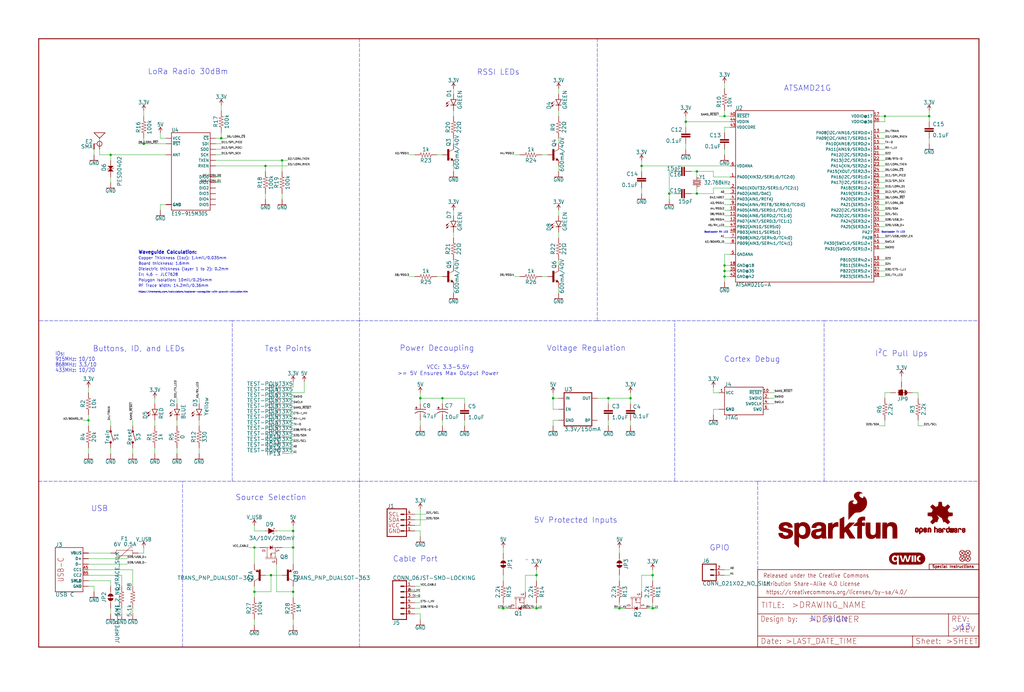
<source format=kicad_sch>
(kicad_sch (version 20211123) (generator eeschema)
  (paper "User" 470.306 317.906)
  (lib_symbols
    (symbol "eagleSchem-eagle-import:0.1UF-0603-25V-(+80{slash}-20%)"
      (property "Reference" "C" (at 1.524 2.921 0))
      (property "Value" "0.1UF-0603-25V-(+80{slash}-20%)" (at 1.524 -2.159 0))
      (symbol "0.1UF-0603-25V-(+80{slash}-20%)_1_0"
        (pin passive line (at 0 5.08 270) (length 2.54) (name "1") (number "1"))
        (pin passive line (at 0 -2.54 90) (length 2.54) (name "2") (number "2"))
      )
    )
    (symbol "eagleSchem-eagle-import:0.1UF-0603-25V-5%"
      (property "Reference" "C" (at 1.524 2.921 0))
      (property "Value" "0.1UF-0603-25V-5%" (at 1.524 -2.159 0))
      (symbol "0.1UF-0603-25V-5%_1_0"
        (pin passive line (at 0 5.08 270) (length 2.54) (name "1") (number "1"))
        (pin passive line (at 0 -2.54 90) (length 2.54) (name "2") (number "2"))
      )
    )
    (symbol "eagleSchem-eagle-import:0OHM-0603-1{slash}10W"
      (property "Reference" "R" (at 0 1.524 0))
      (property "Value" "0OHM-0603-1{slash}10W" (at 0 -1.524 0))
      (symbol "0OHM-0603-1{slash}10W_1_0"
        (pin passive line (at -5.08 0 0) (length 2.54) (name "1") (number "1"))
        (pin passive line (at 5.08 0 180) (length 2.54) (name "2") (number "2"))
      )
    )
    (symbol "eagleSchem-eagle-import:1.0UF-0603-16V-10%-X7R"
      (property "Reference" "C" (at 1.524 2.921 0))
      (property "Value" "1.0UF-0603-16V-10%-X7R" (at 1.524 -2.159 0))
      (symbol "1.0UF-0603-16V-10%-X7R_1_0"
        (pin passive line (at 0 5.08 270) (length 2.54) (name "1") (number "1"))
        (pin passive line (at 0 -2.54 90) (length 2.54) (name "2") (number "2"))
      )
    )
    (symbol "eagleSchem-eagle-import:100KOHM-0603-1{slash}10W-1%"
      (property "Reference" "R" (at 0 1.524 0))
      (property "Value" "100KOHM-0603-1{slash}10W-1%" (at 0 -1.524 0))
      (symbol "100KOHM-0603-1{slash}10W-1%_1_0"
        (pin passive line (at -5.08 0 0) (length 2.54) (name "1") (number "1"))
        (pin passive line (at 5.08 0 180) (length 2.54) (name "2") (number "2"))
      )
    )
    (symbol "eagleSchem-eagle-import:10KOHM-0603-1{slash}10W-1%"
      (property "Reference" "R" (at 0 1.524 0))
      (property "Value" "10KOHM-0603-1{slash}10W-1%" (at 0 -1.524 0))
      (symbol "10KOHM-0603-1{slash}10W-1%_1_0"
        (pin passive line (at -5.08 0 0) (length 2.54) (name "1") (number "1"))
        (pin passive line (at 5.08 0 180) (length 2.54) (name "2") (number "2"))
      )
    )
    (symbol "eagleSchem-eagle-import:10UF-POLAR-EIA3216-16V-10%(TANT)"
      (property "Reference" "C" (at 1.016 0.635 0))
      (property "Value" "10UF-POLAR-EIA3216-16V-10%(TANT)" (at 1.016 -4.191 0))
      (symbol "10UF-POLAR-EIA3216-16V-10%(TANT)_1_0"
        (pin passive line (at 0 2.54 270) (length 2.54) (name "+") (number "+"))
        (pin passive line (at 0 -5.08 90) (length 2.54) (name "-") (number "-"))
      )
    )
    (symbol "eagleSchem-eagle-import:15PF-0603-50V-5%"
      (property "Reference" "C" (at 1.524 2.921 0))
      (property "Value" "15PF-0603-50V-5%" (at 1.524 -2.159 0))
      (symbol "15PF-0603-50V-5%_1_0"
        (pin passive line (at 0 5.08 270) (length 2.54) (name "1") (number "1"))
        (pin passive line (at 0 -2.54 90) (length 2.54) (name "2") (number "2"))
      )
    )
    (symbol "eagleSchem-eagle-import:1KOHM-0603-1{slash}10W-1%"
      (property "Reference" "R" (at 0 1.524 0))
      (property "Value" "1KOHM-0603-1{slash}10W-1%" (at 0 -1.524 0))
      (symbol "1KOHM-0603-1{slash}10W-1%_1_0"
        (pin passive line (at -5.08 0 0) (length 2.54) (name "1") (number "1"))
        (pin passive line (at 5.08 0 180) (length 2.54) (name "2") (number "2"))
      )
    )
    (symbol "eagleSchem-eagle-import:1MOHM-0603-1{slash}4W-5%"
      (property "Reference" "R" (at 0 1.524 0))
      (property "Value" "1MOHM-0603-1{slash}4W-5%" (at 0 -1.524 0))
      (symbol "1MOHM-0603-1{slash}4W-5%_1_0"
        (pin passive line (at -5.08 0 0) (length 2.54) (name "1") (number "1"))
        (pin passive line (at 5.08 0 180) (length 2.54) (name "2") (number "2"))
      )
    )
    (symbol "eagleSchem-eagle-import:2.2KOHM-0603-1{slash}10W-1%"
      (property "Reference" "R" (at 0 1.524 0))
      (property "Value" "2.2KOHM-0603-1{slash}10W-1%" (at 0 -1.524 0))
      (symbol "2.2KOHM-0603-1{slash}10W-1%_1_0"
        (pin passive line (at -5.08 0 0) (length 2.54) (name "1") (number "1"))
        (pin passive line (at 5.08 0 180) (length 2.54) (name "2") (number "2"))
      )
    )
    (symbol "eagleSchem-eagle-import:20KOHM-0603-1{slash}10W-1%"
      (property "Reference" "R" (at 0 1.524 0))
      (property "Value" "20KOHM-0603-1{slash}10W-1%" (at 0 -1.524 0))
      (symbol "20KOHM-0603-1{slash}10W-1%_1_0"
        (pin passive line (at -5.08 0 0) (length 2.54) (name "1") (number "1"))
        (pin passive line (at 5.08 0 180) (length 2.54) (name "2") (number "2"))
      )
    )
    (symbol "eagleSchem-eagle-import:22OHM-0603-1{slash}10W-1%"
      (property "Reference" "R" (at 0 1.524 0))
      (property "Value" "22OHM-0603-1{slash}10W-1%" (at 0 -1.524 0))
      (symbol "22OHM-0603-1{slash}10W-1%_1_0"
        (pin passive line (at -5.08 0 0) (length 2.54) (name "1") (number "1"))
        (pin passive line (at 5.08 0 180) (length 2.54) (name "2") (number "2"))
      )
    )
    (symbol "eagleSchem-eagle-import:3.3V" (power)
      (property "Value" "3.3V" (at 0 2.794 0))
      (symbol "3.3V_1_0"
        (pin power_in line (at 0 0 90) (length 2.54) (name "3.3V") (number "1"))
      )
    )
    (symbol "eagleSchem-eagle-import:330OHM-0603-1{slash}10W-1%"
      (property "Reference" "R" (at 0 1.524 0))
      (property "Value" "330OHM-0603-1{slash}10W-1%" (at 0 -1.524 0))
      (symbol "330OHM-0603-1{slash}10W-1%_1_0"
        (pin passive line (at -5.08 0 0) (length 2.54) (name "1") (number "1"))
        (pin passive line (at 5.08 0 180) (length 2.54) (name "2") (number "2"))
      )
    )
    (symbol "eagleSchem-eagle-import:47UF-POLAR-EIA3528-10V-10%"
      (property "Reference" "C" (at 1.016 0.635 0))
      (property "Value" "47UF-POLAR-EIA3528-10V-10%" (at 1.016 -4.191 0))
      (symbol "47UF-POLAR-EIA3528-10V-10%_1_0"
        (pin passive line (at 0 2.54 270) (length 2.54) (name "+") (number "A"))
        (pin passive line (at 0 -5.08 90) (length 2.54) (name "-") (number "C"))
      )
    )
    (symbol "eagleSchem-eagle-import:5.1KOHM5.1KOHM-0603-1{slash}10W-1%"
      (property "Reference" "R" (at 0 1.524 0))
      (property "Value" "5.1KOHM5.1KOHM-0603-1{slash}10W-1%" (at 0 -1.524 0))
      (symbol "5.1KOHM5.1KOHM-0603-1{slash}10W-1%_1_0"
        (pin passive line (at -5.08 0 0) (length 2.54) (name "1") (number "1"))
        (pin passive line (at 5.08 0 180) (length 2.54) (name "2") (number "2"))
      )
    )
    (symbol "eagleSchem-eagle-import:5V" (power)
      (property "Value" "5V" (at 0 2.794 0))
      (symbol "5V_1_0"
        (pin power_in line (at 0 0 90) (length 2.54) (name "5V") (number "1"))
      )
    )
    (symbol "eagleSchem-eagle-import:ANTENNA-SMA-GROUNDEDEDGE_SMA"
      (property "Reference" "E" (at 3.048 0 0))
      (property "Value" "ANTENNA-SMA-GROUNDEDEDGE_SMA" (at 3.048 -2.286 0))
      (symbol "ANTENNA-SMA-GROUNDEDEDGE_SMA_1_0"
        (pin bidirectional line (at 2.54 -2.54 90) (length 2.54) (name "GND") (number "GND@0"))
        (pin bidirectional line (at 2.54 -2.54 90) (length 2.54) (name "GND") (number "GND@1"))
        (pin bidirectional line (at 2.54 -2.54 90) (length 2.54) (name "GND") (number "GND@2"))
        (pin bidirectional line (at 2.54 -2.54 90) (length 2.54) (name "GND") (number "GND@3"))
        (pin bidirectional line (at 0 -2.54 90) (length 2.54) (name "SIGNAL") (number "SIG"))
      )
    )
    (symbol "eagleSchem-eagle-import:ATSAMD21G-A"
      (property "Reference" "U" (at -30.48 45.974 0))
      (property "Value" "ATSAMD21G-A" (at -30.48 -33.274 0))
      (symbol "ATSAMD21G-A_1_0"
        (pin bidirectional line (at -33.02 15.24 0) (length 2.54) (name "PA00(XIN32/SER1:0/TC2:0)") (number "1"))
        (pin bidirectional line (at -33.02 0 0) (length 2.54) (name "PA05(AIN5/SER0:1/TC0:1)") (number "10"))
        (pin bidirectional line (at -33.02 -2.54 0) (length 2.54) (name "PA06(AIN6/SER0:2/TC1:0)") (number "11"))
        (pin bidirectional line (at -33.02 -5.08 0) (length 2.54) (name "PA07(AIN7/SER0:3/TC1:1)") (number "12"))
        (pin bidirectional line (at 35.56 35.56 180) (length 2.54) (name "PA08(I2C/AIN16/SER0:0+)") (number "13"))
        (pin bidirectional line (at 35.56 33.02 180) (length 2.54) (name "PA09(I2C/AIN17/SER0:1+)") (number "14"))
        (pin bidirectional line (at 35.56 30.48 180) (length 2.54) (name "PA10(AIN18/SER0:2+)") (number "15"))
        (pin bidirectional line (at 35.56 27.94 180) (length 2.54) (name "PA11(AIN19/SER0:3+)") (number "16"))
        (pin bidirectional line (at 35.56 43.18 180) (length 2.54) (name "VDDIO@17") (number "17"))
        (pin bidirectional line (at -33.02 -25.4 0) (length 2.54) (name "GND@18") (number "18"))
        (pin bidirectional line (at 35.56 -22.86 180) (length 2.54) (name "PB10(SER4:2+)") (number "19"))
        (pin bidirectional line (at -33.02 10.16 0) (length 2.54) (name "PA01(XOUT32/SER1:1/TC2:1)") (number "2"))
        (pin bidirectional line (at 35.56 -25.4 180) (length 2.54) (name "PB11(SER4:3+)") (number "20"))
        (pin bidirectional line (at 35.56 25.4 180) (length 2.54) (name "PA12(I2C/SER2:0+)") (number "21"))
        (pin bidirectional line (at 35.56 22.86 180) (length 2.54) (name "PA13(I2C/SER2:1+)") (number "22"))
        (pin bidirectional line (at 35.56 20.32 180) (length 2.54) (name "PA14(XIN/SER2:2+)") (number "23"))
        (pin bidirectional line (at 35.56 17.78 180) (length 2.54) (name "PA15(XOUT/SER2:3+)") (number "24"))
        (pin bidirectional line (at 35.56 15.24 180) (length 2.54) (name "PA16(I2C/SER1:0+)") (number "25"))
        (pin bidirectional line (at 35.56 12.7 180) (length 2.54) (name "PA17(I2C/SER1:1+)") (number "26"))
        (pin bidirectional line (at 35.56 10.16 180) (length 2.54) (name "PA18(SER1:2+)") (number "27"))
        (pin bidirectional line (at 35.56 7.62 180) (length 2.54) (name "PA19(SER1:3+)") (number "28"))
        (pin bidirectional line (at 35.56 5.08 180) (length 2.54) (name "PA20(SER5:2+)") (number "29"))
        (pin bidirectional line (at -33.02 7.62 0) (length 2.54) (name "PA02(AIN0/DAC)") (number "3"))
        (pin bidirectional line (at 35.56 2.54 180) (length 2.54) (name "PA21(SER5:3+)") (number "30"))
        (pin bidirectional line (at 35.56 0 180) (length 2.54) (name "PA22(I2C/SER3:0+)") (number "31"))
        (pin bidirectional line (at 35.56 -2.54 180) (length 2.54) (name "PA23(I2C/SER3:0+)") (number "32"))
        (pin bidirectional line (at 35.56 -5.08 180) (length 2.54) (name "PA24(SER3:2+)") (number "33"))
        (pin bidirectional line (at 35.56 -7.62 180) (length 2.54) (name "PA25(SER3:3+)") (number "34"))
        (pin bidirectional line (at -33.02 -27.94 0) (length 2.54) (name "GND@35") (number "35"))
        (pin bidirectional line (at 35.56 40.64 180) (length 2.54) (name "VDDIO@36") (number "36"))
        (pin bidirectional line (at 35.56 -27.94 180) (length 2.54) (name "PB22(SER5:2+)") (number "37"))
        (pin bidirectional line (at 35.56 -30.48 180) (length 2.54) (name "PB23(SER5:3+)") (number "38"))
        (pin bidirectional line (at 35.56 -10.16 180) (length 2.54) (name "PA27") (number "39"))
        (pin bidirectional line (at -33.02 5.08 0) (length 2.54) (name "PA03(AIN1/REFA)") (number "4"))
        (pin bidirectional line (at -33.02 43.18 0) (length 2.54) (name "~{RESET}") (number "40"))
        (pin bidirectional line (at 35.56 -12.7 180) (length 2.54) (name "PA28") (number "41"))
        (pin bidirectional line (at -33.02 -30.48 0) (length 2.54) (name "GND@42") (number "42"))
        (pin bidirectional line (at -33.02 38.1 0) (length 2.54) (name "VDDCORE") (number "43"))
        (pin bidirectional line (at -33.02 40.64 0) (length 2.54) (name "VDDIN") (number "44"))
        (pin bidirectional line (at 35.56 -15.24 180) (length 2.54) (name "PA30(SWCLK/SER1:2+)") (number "45"))
        (pin bidirectional line (at 35.56 -17.78 180) (length 2.54) (name "PA31(SWDIO/SER1:3+)") (number "46"))
        (pin bidirectional line (at -33.02 -7.62 0) (length 2.54) (name "PB02(AIN10/SER5:0)") (number "47"))
        (pin bidirectional line (at -33.02 -10.16 0) (length 2.54) (name "PB03(AIN11/SER5:1)") (number "48"))
        (pin bidirectional line (at -33.02 -20.32 0) (length 2.54) (name "GNDANA") (number "5"))
        (pin bidirectional line (at -33.02 20.32 0) (length 2.54) (name "VDDANA") (number "6"))
        (pin bidirectional line (at -33.02 -12.7 0) (length 2.54) (name "PB08(AIN2/SER4:0/TC4:0)") (number "7"))
        (pin bidirectional line (at -33.02 -15.24 0) (length 2.54) (name "PB09(AIN3/SER4:1/TC4:1)") (number "8"))
        (pin bidirectional line (at -33.02 2.54 0) (length 2.54) (name "PA04(AIN4/REFB/SER0:0/TC0:0)") (number "9"))
      )
    )
    (symbol "eagleSchem-eagle-import:CONN_021X02_NO_SILK"
      (property "Reference" "J" (at -2.54 5.588 0))
      (property "Value" "CONN_021X02_NO_SILK" (at -2.54 -4.826 0))
      (symbol "CONN_021X02_NO_SILK_1_0"
        (pin passive line (at 7.62 0 180) (length 5.08) (name "1") (number "1"))
        (pin passive line (at 7.62 2.54 180) (length 5.08) (name "2") (number "2"))
      )
    )
    (symbol "eagleSchem-eagle-import:CONN_06JST-SMD-LOCKING"
      (property "Reference" "J" (at -5.08 10.668 0))
      (property "Value" "CONN_06JST-SMD-LOCKING" (at -5.08 -9.906 0))
      (symbol "CONN_06JST-SMD-LOCKING_1_0"
        (pin passive line (at 5.08 -5.08 180) (length 5.08) (name "1") (number "1"))
        (pin passive line (at 5.08 -2.54 180) (length 5.08) (name "2") (number "2"))
        (pin passive line (at 5.08 0 180) (length 5.08) (name "3") (number "3"))
        (pin passive line (at 5.08 2.54 180) (length 5.08) (name "4") (number "4"))
        (pin passive line (at 5.08 5.08 180) (length 5.08) (name "5") (number "5"))
        (pin passive line (at 5.08 7.62 180) (length 5.08) (name "6") (number "6"))
      )
    )
    (symbol "eagleSchem-eagle-import:CORTEX_JTAG_DEBUG_MINIMUM_PTH_NS"
      (property "Reference" "J" (at -10.16 7.874 0))
      (property "Value" "CORTEX_JTAG_DEBUG_MINIMUM_PTH_NS" (at -10.16 -7.366 0))
      (symbol "CORTEX_JTAG_DEBUG_MINIMUM_PTH_NS_1_0"
        (pin bidirectional line (at -12.7 5.08 0) (length 2.54) (name "VCC") (number "1"))
        (pin bidirectional line (at 10.16 5.08 180) (length 2.54) (name "~{RESET}") (number "10"))
        (pin bidirectional line (at 10.16 2.54 180) (length 2.54) (name "SWDIO") (number "2"))
        (pin bidirectional line (at -12.7 -2.54 0) (length 2.54) (name "GND") (number "3"))
        (pin bidirectional line (at 10.16 0 180) (length 2.54) (name "SWDCLK") (number "4"))
        (pin bidirectional line (at -12.7 -2.54 0) (length 2.54) (name "GND") (number "5"))
        (pin bidirectional line (at 10.16 -2.54 180) (length 2.54) (name "SWO") (number "6"))
        (pin bidirectional line (at -12.7 -2.54 0) (length 2.54) (name "GND") (number "9"))
      )
    )
    (symbol "eagleSchem-eagle-import:CRYSTAL3.2X1.5MM"
      (property "Reference" "Y" (at 2.54 1.016 0))
      (property "Value" "CRYSTAL3.2X1.5MM" (at 2.54 -2.54 0))
      (symbol "CRYSTAL3.2X1.5MM_1_0"
        (text "1" (at -2.159 -1.143 0) (effects (font (size 0.8636 0.734)) (justify left bottom)))
        (text "2" (at 1.524 -1.143 0) (effects (font (size 0.8636 0.734)) (justify left bottom)))
        (pin passive line (at -2.54 0 0) (length 0) (name "1") (number "P$1"))
        (pin passive line (at 2.54 0 180) (length 0) (name "2") (number "P$2"))
      )
    )
    (symbol "eagleSchem-eagle-import:DIODE-SCHOTTKY-BAT60A"
      (property "Reference" "D" (at -2.54 2.032 0))
      (property "Value" "DIODE-SCHOTTKY-BAT60A" (at -2.54 -2.032 0))
      (symbol "DIODE-SCHOTTKY-BAT60A_1_0"
        (pin passive line (at -2.54 0 0) (length 0) (name "A") (number "A"))
        (pin passive line (at 2.54 0 180) (length 0) (name "C") (number "C"))
      )
    )
    (symbol "eagleSchem-eagle-import:FIDUCIAL1X2")
    (symbol "eagleSchem-eagle-import:FRAME-LEDGER"
      (symbol "FRAME-LEDGER_2_0"
        (text " https://creativecommons.org/licenses/by-sa/4.0/" (at 2.54 24.13 0) (effects (font (size 1.9304 1.6408)) (justify left bottom)))
        (text ">DESIGNER" (at 23.114 11.176 0) (effects (font (size 2.7432 2.7432)) (justify left bottom)))
        (text ">DRAWING_NAME" (at 15.494 17.78 0) (effects (font (size 2.7432 2.7432)) (justify left bottom)))
        (text ">LAST_DATE_TIME" (at 12.7 1.27 0) (effects (font (size 2.54 2.54)) (justify left bottom)))
        (text ">REV" (at 88.9 6.604 0) (effects (font (size 2.7432 2.7432)) (justify left bottom)))
        (text ">SHEET" (at 86.36 1.27 0) (effects (font (size 2.54 2.54)) (justify left bottom)))
        (text "Attribution Share-Alike 4.0 License" (at 2.54 27.94 0) (effects (font (size 1.9304 1.6408)) (justify left bottom)))
        (text "Date:" (at 1.27 1.27 0) (effects (font (size 2.54 2.54)) (justify left bottom)))
        (text "Design by:" (at 1.27 11.43 0) (effects (font (size 2.54 2.159)) (justify left bottom)))
        (text "Released under the Creative Commons" (at 2.54 31.75 0) (effects (font (size 1.9304 1.6408)) (justify left bottom)))
        (text "REV:" (at 88.9 11.43 0) (effects (font (size 2.54 2.54)) (justify left bottom)))
        (text "Sheet:" (at 72.39 1.27 0) (effects (font (size 2.54 2.54)) (justify left bottom)))
        (text "TITLE:" (at 1.524 17.78 0) (effects (font (size 2.54 2.54)) (justify left bottom)))
      )
    )
    (symbol "eagleSchem-eagle-import:GND" (power)
      (property "Value" "GND" (at 0 -0.254 0))
      (symbol "GND_1_0"
        (pin power_in line (at 0 2.54 270) (length 2.54) (name "GND") (number "1"))
      )
    )
    (symbol "eagleSchem-eagle-import:JUMPER-SMT_2_NC_TRACE_SILK"
      (property "Reference" "JP" (at 0 3.048 0))
      (property "Value" "JUMPER-SMT_2_NC_TRACE_SILK" (at 0 -3.048 0))
      (symbol "JUMPER-SMT_2_NC_TRACE_SILK_1_0"
        (pin passive line (at -5.08 0 0) (length 2.54) (name "1") (number "1"))
        (pin passive line (at 5.08 0 180) (length 2.54) (name "2") (number "2"))
      )
    )
    (symbol "eagleSchem-eagle-import:JUMPER-SMT_3_2-NC_TRACE_SILK"
      (property "Reference" "JP" (at 6.096 1.524 0))
      (property "Value" "JUMPER-SMT_3_2-NC_TRACE_SILK" (at 6.858 -1.524 0))
      (symbol "JUMPER-SMT_3_2-NC_TRACE_SILK_1_0"
        (pin passive line (at 0 5.08 270) (length 2.54) (name "1") (number "1"))
        (pin passive line (at -5.08 0 0) (length 2.54) (name "2") (number "2"))
        (pin passive line (at 0 -5.08 90) (length 2.54) (name "3") (number "3"))
      )
    )
    (symbol "eagleSchem-eagle-import:LED-BLUE0603"
      (property "Reference" "D" (at -3.429 -4.572 90))
      (property "Value" "LED-BLUE0603" (at 1.905 -4.572 90))
      (symbol "LED-BLUE0603_1_0"
        (pin passive line (at 0 2.54 270) (length 2.54) (name "A") (number "A"))
        (pin passive line (at 0 -5.08 90) (length 2.54) (name "C") (number "C"))
      )
    )
    (symbol "eagleSchem-eagle-import:LED-GREEN0603"
      (property "Reference" "D" (at -3.429 -4.572 90))
      (property "Value" "LED-GREEN0603" (at 1.905 -4.572 90))
      (symbol "LED-GREEN0603_1_0"
        (pin passive line (at 0 2.54 270) (length 2.54) (name "A") (number "A"))
        (pin passive line (at 0 -5.08 90) (length 2.54) (name "C") (number "C"))
      )
    )
    (symbol "eagleSchem-eagle-import:LED-RED0603"
      (property "Reference" "D" (at -3.429 -4.572 90))
      (property "Value" "LED-RED0603" (at 1.905 -4.572 90))
      (symbol "LED-RED0603_1_0"
        (pin passive line (at 0 2.54 270) (length 2.54) (name "A") (number "A"))
        (pin passive line (at 0 -5.08 90) (length 2.54) (name "C") (number "C"))
      )
    )
    (symbol "eagleSchem-eagle-import:LED-YELLOW0603"
      (property "Reference" "D" (at -3.429 -4.572 90))
      (property "Value" "LED-YELLOW0603" (at 1.905 -4.572 90))
      (symbol "LED-YELLOW0603_1_0"
        (pin passive line (at 0 2.54 270) (length 2.54) (name "A") (number "A"))
        (pin passive line (at 0 -5.08 90) (length 2.54) (name "C") (number "C"))
      )
    )
    (symbol "eagleSchem-eagle-import:LORA-E19433MHZ"
      (property "Reference" "U" (at -7.62 18.034 0))
      (property "Value" "LORA-E19433MHZ" (at -7.62 -20.32 0))
      (symbol "LORA-E19433MHZ_1_0"
        (pin bidirectional line (at -10.16 -15.24 0) (length 2.54) (name "GND") (number "1"))
        (pin bidirectional line (at -10.16 -15.24 0) (length 2.54) (name "GND") (number "10"))
        (pin bidirectional line (at -10.16 15.24 0) (length 2.54) (name "VCC") (number "11"))
        (pin bidirectional line (at 12.7 7.62 180) (length 2.54) (name "SCK") (number "12"))
        (pin bidirectional line (at 12.7 10.16 180) (length 2.54) (name "SDO") (number "13"))
        (pin bidirectional line (at 12.7 12.7 180) (length 2.54) (name "SDI") (number "14"))
        (pin bidirectional line (at 12.7 15.24 180) (length 2.54) (name "~{CS}") (number "15"))
        (pin bidirectional line (at 12.7 5.08 180) (length 2.54) (name "TXEN") (number "16"))
        (pin bidirectional line (at 12.7 2.54 180) (length 2.54) (name "RXEN") (number "17"))
        (pin bidirectional line (at -10.16 -15.24 0) (length 2.54) (name "GND") (number "18"))
        (pin bidirectional line (at -10.16 7.62 0) (length 2.54) (name "ANT") (number "19"))
        (pin bidirectional line (at 12.7 -15.24 180) (length 2.54) (name "DIO5") (number "2"))
        (pin bidirectional line (at -10.16 -15.24 0) (length 2.54) (name "GND") (number "20"))
        (pin bidirectional line (at -10.16 -15.24 0) (length 2.54) (name "GND") (number "21"))
        (pin bidirectional line (at -10.16 -15.24 0) (length 2.54) (name "GND") (number "22"))
        (pin bidirectional line (at 12.7 -12.7 180) (length 2.54) (name "DIO4") (number "3"))
        (pin bidirectional line (at 12.7 -10.16 180) (length 2.54) (name "DIO3") (number "4"))
        (pin bidirectional line (at 12.7 -7.62 180) (length 2.54) (name "DIO2") (number "5"))
        (pin bidirectional line (at 12.7 -5.08 180) (length 2.54) (name "DIO1") (number "6"))
        (pin bidirectional line (at 12.7 -2.54 180) (length 2.54) (name "DIO0") (number "7"))
        (pin bidirectional line (at -10.16 12.7 0) (length 2.54) (name "~{RST}") (number "8"))
        (pin bidirectional line (at -10.16 -15.24 0) (length 2.54) (name "GND") (number "9"))
      )
    )
    (symbol "eagleSchem-eagle-import:MOMENTARY-SWITCH-SPST-SMD-5.2-TALL-REDUNDANT"
      (property "Reference" "S" (at 0 1.524 0))
      (property "Value" "MOMENTARY-SWITCH-SPST-SMD-5.2-TALL-REDUNDANT" (at 0 -0.508 0))
      (symbol "MOMENTARY-SWITCH-SPST-SMD-5.2-TALL-REDUNDANT_1_0"
        (pin passive line (at -5.08 0 0) (length 2.54) (name "1") (number "1"))
        (pin passive line (at -5.08 0 0) (length 2.54) (name "1") (number "2"))
        (pin passive line (at 5.08 0 180) (length 2.54) (name "2") (number "3"))
        (pin passive line (at 5.08 0 180) (length 2.54) (name "2") (number "4"))
      )
    )
    (symbol "eagleSchem-eagle-import:MOMENTARY-SWITCH-SPST-SMD-RIGHT-ANGLE"
      (property "Reference" "S" (at 0 1.524 0))
      (property "Value" "MOMENTARY-SWITCH-SPST-SMD-RIGHT-ANGLE" (at 0 -0.508 0))
      (symbol "MOMENTARY-SWITCH-SPST-SMD-RIGHT-ANGLE_1_0"
        (pin passive line (at -5.08 0 0) (length 2.54) (name "1") (number "1"))
        (pin passive line (at 5.08 0 180) (length 2.54) (name "2") (number "2"))
      )
    )
    (symbol "eagleSchem-eagle-import:MOSFET-NCH-RE1C002UNTCL"
      (property "Reference" "Q" (at 5.08 0 0))
      (property "Value" "MOSFET-NCH-RE1C002UNTCL" (at 5.08 -2.54 0))
      (symbol "MOSFET-NCH-RE1C002UNTCL_1_0"
        (text "D" (at 0.508 2.54 0) (effects (font (size 1.27 1.0795)) (justify left bottom)))
        (text "G" (at -3.302 -0.508 0) (effects (font (size 1.27 1.0795)) (justify right top)))
        (text "S" (at 0.508 -3.81 0) (effects (font (size 1.27 1.0795)) (justify left bottom)))
        (pin bidirectional line (at -5.08 -2.54 0) (length 2.54) (name "G") (number "1"))
        (pin bidirectional line (at 2.54 -5.08 90) (length 2.54) (name "S") (number "2"))
        (pin bidirectional line (at 2.54 5.08 270) (length 2.54) (name "D") (number "3"))
      )
    )
    (symbol "eagleSchem-eagle-import:MOSFET_PCH-DMG2305UX-7"
      (property "Reference" "Q" (at 5.08 0 0))
      (property "Value" "MOSFET_PCH-DMG2305UX-7" (at 5.08 -2.54 0))
      (symbol "MOSFET_PCH-DMG2305UX-7_1_0"
        (text "D" (at 0.508 2.54 0) (effects (font (size 1.27 1.0795)) (justify left bottom)))
        (text "G" (at -3.302 -0.508 0) (effects (font (size 1.27 1.0795)) (justify right top)))
        (text "S" (at 0.508 -3.81 0) (effects (font (size 1.27 1.0795)) (justify left bottom)))
        (pin bidirectional line (at -5.08 -2.54 0) (length 2.54) (name "G") (number "1"))
        (pin bidirectional line (at 2.54 -5.08 90) (length 2.54) (name "S") (number "2"))
        (pin bidirectional line (at 2.54 5.08 270) (length 2.54) (name "D") (number "3"))
      )
    )
    (symbol "eagleSchem-eagle-import:OSHW-LOGOMINI")
    (symbol "eagleSchem-eagle-import:PESD0402-0402T"
      (property "Reference" "D" (at -2.54 2.794 0))
      (property "Value" "PESD0402-0402T" (at -2.54 -2.794 0))
      (symbol "PESD0402-0402T_1_0"
        (pin bidirectional line (at -2.54 0 0) (length 2.54) (name "1") (number "1"))
        (pin bidirectional line (at 5.08 0 180) (length 2.54) (name "2") (number "2"))
      )
    )
    (symbol "eagleSchem-eagle-import:PPTC_6V500MA"
      (property "Reference" "F" (at 1.905 3.175 0))
      (property "Value" "PPTC_6V500MA" (at 1.27 -2.794 0))
      (symbol "PPTC_6V500MA_1_0"
        (pin bidirectional line (at -5.08 0 0) (length 2.54) (name "1") (number "1"))
        (pin bidirectional line (at 7.62 0 180) (length 2.54) (name "2") (number "2"))
      )
    )
    (symbol "eagleSchem-eagle-import:QWIIC_CONNECTORJS-1MM"
      (property "Reference" "J" (at -5.08 7.874 0))
      (property "Value" "QWIIC_CONNECTORJS-1MM" (at -5.08 -5.334 0))
      (symbol "QWIIC_CONNECTORJS-1MM_1_0"
        (text "GND" (at -4.572 -2.54 0) (effects (font (size 1.778 1.778)) (justify left)))
        (text "SCL" (at -4.572 5.08 0) (effects (font (size 1.778 1.778)) (justify left)))
        (text "SDA" (at -4.572 2.54 0) (effects (font (size 1.778 1.778)) (justify left)))
        (text "VCC" (at -4.572 0 0) (effects (font (size 1.778 1.778)) (justify left)))
        (pin power_in line (at 7.62 -2.54 180) (length 5.08) (name "1") (number "1"))
        (pin power_in line (at 7.62 0 180) (length 5.08) (name "2") (number "2"))
        (pin passive line (at 7.62 2.54 180) (length 5.08) (name "3") (number "3"))
        (pin passive line (at 7.62 5.08 180) (length 5.08) (name "4") (number "4"))
      )
    )
    (symbol "eagleSchem-eagle-import:QWIIC_LOGO_CONNECTOR")
    (symbol "eagleSchem-eagle-import:SFE_LOGO_NAME9_MM")
    (symbol "eagleSchem-eagle-import:SFE_LOGO_NAME_FLAME9_MM")
    (symbol "eagleSchem-eagle-import:SPECIAL_INSTRUCTIONS-ORDERING"
      (symbol "SPECIAL_INSTRUCTIONS-ORDERING_1_0"
        (text "Special Instructions" (at 1.27 0.6985 0) (effects (font (size 1.27 1.27) (thickness 0.254) bold) (justify left bottom)))
      )
    )
    (symbol "eagleSchem-eagle-import:TEST-POINT3X5"
      (property "Reference" "TP" (at -2.54 2.54 0))
      (property "Value" "TEST-POINT3X5" (at -2.54 -2.54 0))
      (symbol "TEST-POINT3X5_1_0"
        (pin bidirectional line (at 0 0 180) (length 0) (name "1") (number "1"))
      )
    )
    (symbol "eagleSchem-eagle-import:TRANS_NPN-MMBT2222AL"
      (property "Reference" "Q" (at 2.54 0 0))
      (property "Value" "TRANS_NPN-MMBT2222AL" (at 2.54 -2.286 0))
      (symbol "TRANS_NPN-MMBT2222AL_1_0"
        (pin passive line (at -2.54 0 0) (length 2.54) (name "B") (number "1"))
        (pin passive line (at 2.54 -5.08 90) (length 2.54) (name "E") (number "2"))
        (pin passive line (at 2.54 5.08 270) (length 2.54) (name "C") (number "3"))
      )
    )
    (symbol "eagleSchem-eagle-import:TRANS_PNP_DUALSOT-363"
      (property "Reference" "Q" (at 2.54 0 0))
      (property "Value" "TRANS_PNP_DUALSOT-363" (at 2.54 -0.254 0))
      (symbol "TRANS_PNP_DUALSOT-363_1_0"
        (pin passive line (at 2.54 5.08 270) (length 2.54) (name "E") (number "1"))
        (pin passive line (at -2.54 0 0) (length 2.54) (name "B") (number "2"))
        (pin passive line (at 2.54 -5.08 90) (length 2.54) (name "C") (number "6"))
      )
      (symbol "TRANS_PNP_DUALSOT-363_2_0"
        (pin passive line (at 2.54 -5.08 90) (length 2.54) (name "C") (number "3"))
        (pin passive line (at 2.54 5.08 270) (length 2.54) (name "E") (number "4"))
        (pin passive line (at -2.54 0 0) (length 2.54) (name "B") (number "5"))
      )
    )
    (symbol "eagleSchem-eagle-import:USB_C16PIN"
      (property "Reference" "J" (at -2.54 10.414 0))
      (property "Value" "USB_C16PIN" (at -2.54 -12.446 0))
      (symbol "USB_C16PIN_1_0"
        (text "USB-C" (at 0 0 900) (effects (font (size 2.54 2.159))))
        (pin bidirectional line (at 12.7 0 180) (length 2.54) (name "CC1") (number "A5"))
        (pin bidirectional line (at 12.7 5.08 180) (length 2.54) (name "D+") (number "A6"))
        (pin bidirectional line (at 12.7 2.54 180) (length 2.54) (name "D-") (number "A7"))
        (pin bidirectional line (at 12.7 -2.54 180) (length 2.54) (name "CC2") (number "B5"))
        (pin bidirectional line (at 12.7 5.08 180) (length 2.54) (name "D+") (number "B6"))
        (pin bidirectional line (at 12.7 2.54 180) (length 2.54) (name "D-") (number "B7"))
        (pin bidirectional line (at 12.7 -7.62 180) (length 2.54) (name "GND") (number "GND"))
        (pin bidirectional line (at 12.7 -7.62 180) (length 2.54) (name "GND") (number "GND2"))
        (pin bidirectional line (at 12.7 -5.08 180) (length 2.54) (name "SHLD") (number "SHLD1"))
        (pin bidirectional line (at 12.7 -5.08 180) (length 2.54) (name "SHLD") (number "SHLD2"))
        (pin bidirectional line (at 12.7 -5.08 180) (length 2.54) (name "SHLD") (number "SHLD3"))
        (pin bidirectional line (at 12.7 -5.08 180) (length 2.54) (name "SHLD") (number "SHLD4"))
        (pin bidirectional line (at 12.7 -5.08 180) (length 2.54) (name "SHLD") (number "SHLD5"))
        (pin bidirectional line (at 12.7 -5.08 180) (length 2.54) (name "SHLD") (number "SHLD6"))
        (pin bidirectional line (at 12.7 -5.08 180) (length 2.54) (name "SHLD") (number "SHLD7"))
        (pin bidirectional line (at 12.7 -5.08 180) (length 2.54) (name "SHLD") (number "SHLD8"))
        (pin bidirectional line (at 12.7 7.62 180) (length 2.54) (name "VBUS") (number "VBUS1"))
        (pin bidirectional line (at 12.7 7.62 180) (length 2.54) (name "VBUS") (number "VBUS2"))
      )
    )
    (symbol "eagleSchem-eagle-import:V_REG_MIC52053.3V"
      (property "Reference" "U" (at -7.62 7.874 0))
      (property "Value" "V_REG_MIC52053.3V" (at -7.62 -8.128 0))
      (symbol "V_REG_MIC52053.3V_1_0"
        (pin input line (at -10.16 5.08 0) (length 2.54) (name "IN") (number "1"))
        (pin input line (at -10.16 -5.08 0) (length 2.54) (name "GND") (number "2"))
        (pin input line (at -10.16 0 0) (length 2.54) (name "EN") (number "3"))
        (pin input line (at 7.62 -5.08 180) (length 2.54) (name "BP") (number "4"))
        (pin passive line (at 7.62 5.08 180) (length 2.54) (name "OUT") (number "5"))
      )
    )
    (symbol "eagleSchem-eagle-import:V_USB" (power)
      (property "Value" "V_USB" (at 0 2.794 0))
      (symbol "V_USB_1_0"
        (pin power_in line (at 0 0 90) (length 2.54) (name "V_USB") (number "1"))
      )
    )
  )
  (junction (at 246.38 264.16))
  (junction (at 332.74 121.92))
  (junction (at 307.34 88.9))
  (junction (at 66.04 66.04))
  (junction (at 231.14 279.4))
  (junction (at 289.56 182.88))
  (junction (at 134.62 251.46))
  (junction (at 279.4 182.88))
  (junction (at 294.64 76.2))
  (junction (at 284.48 279.4))
  (junction (at 320.04 78.74))
  (junction (at 426.72 53.34))
  (junction (at 406.4 53.34))
  (junction (at 246.38 279.4))
  (junction (at 299.72 279.4))
  (junction (at 332.74 127))
  (junction (at 193.04 182.88))
  (junction (at 332.74 53.34))
  (junction (at 299.72 264.16))
  (junction (at 320.04 88.9))
  (junction (at 134.62 243.84))
  (junction (at 50.8 71.12))
  (junction (at 116.84 251.46))
  (junction (at 314.96 55.88))
  (junction (at 332.74 124.46))
  (junction (at 116.84 271.78))
  (junction (at 101.6 63.5))
  (junction (at 121.92 76.2))
  (junction (at 40.64 193.04))
  (junction (at 124.46 264.16))
  (junction (at 203.2 182.88))
  (junction (at 129.54 73.66))
  (junction (at 254 182.88))
  (junction (at 134.62 271.78))
  (wire (pts (xy 132.08 208.28) (xy 134.62 208.28)))
  (wire (pts (xy 327.66 86.36) (xy 327.66 88.9)))
  (wire (pts (xy 320.04 86.36) (xy 320.04 88.9)))
  (polyline (pts (xy 106.68 220.98) (xy 165.1 220.98)))
  (wire (pts (xy 256.54 63.5) (xy 256.54 66.04)))
  (wire (pts (xy 403.86 83.82) (xy 406.4 83.82)))
  (wire (pts (xy 248.92 127) (xy 251.46 127)))
  (wire (pts (xy 134.62 274.32) (xy 134.62 271.78)))
  (wire (pts (xy 335.28 55.88) (xy 314.96 55.88)))
  (wire (pts (xy 320.04 78.74) (xy 317.5 78.74)))
  (wire (pts (xy 91.44 195.58) (xy 91.44 193.04)))
  (wire (pts (xy 190.5 236.22) (xy 195.58 236.22)))
  (wire (pts (xy 426.72 66.04) (xy 426.72 63.5)))
  (wire (pts (xy 403.86 78.74) (xy 406.4 78.74)))
  (wire (pts (xy 403.86 63.5) (xy 406.4 63.5)))
  (wire (pts (xy 335.28 81.28) (xy 327.66 81.28)))
  (wire (pts (xy 284.48 251.46) (xy 284.48 254)))
  (wire (pts (xy 299.72 276.86) (xy 299.72 279.4)))
  (wire (pts (xy 66.04 50.8) (xy 66.04 53.34)))
  (wire (pts (xy 121.92 76.2) (xy 132.08 76.2)))
  (wire (pts (xy 43.18 68.58) (xy 43.18 71.12)))
  (wire (pts (xy 43.18 269.24) (xy 43.18 271.78)))
  (wire (pts (xy 403.86 66.04) (xy 406.4 66.04)))
  (wire (pts (xy 335.28 53.34) (xy 332.74 53.34)))
  (wire (pts (xy 132.08 190.5) (xy 134.62 190.5)))
  (wire (pts (xy 419.1 180.34) (xy 421.64 180.34)))
  (wire (pts (xy 332.74 53.34) (xy 332.74 50.8)))
  (wire (pts (xy 132.08 180.34) (xy 139.7 180.34)))
  (wire (pts (xy 81.28 208.28) (xy 81.28 205.74)))
  (wire (pts (xy 50.8 195.58) (xy 50.8 193.04)))
  (wire (pts (xy 200.66 127) (xy 203.2 127)))
  (wire (pts (xy 335.28 111.76) (xy 332.74 111.76)))
  (wire (pts (xy 132.08 187.96) (xy 134.62 187.96)))
  (wire (pts (xy 332.74 58.42) (xy 332.74 60.96)))
  (wire (pts (xy 403.86 71.12) (xy 406.4 71.12)))
  (wire (pts (xy 299.72 264.16) (xy 294.64 264.16)))
  (wire (pts (xy 256.54 40.64) (xy 256.54 43.18)))
  (wire (pts (xy 238.76 127) (xy 236.22 127)))
  (wire (pts (xy 279.4 182.88) (xy 279.4 185.42)))
  (wire (pts (xy 279.4 195.58) (xy 279.4 193.04)))
  (wire (pts (xy 101.6 60.96) (xy 101.6 63.5)))
  (wire (pts (xy 335.28 109.22) (xy 332.74 109.22)))
  (wire (pts (xy 327.66 81.28) (xy 327.66 78.74)))
  (polyline (pts (xy 165.1 220.98) (xy 309.88 220.98)))
  (wire (pts (xy 127 271.78) (xy 134.62 271.78)))
  (polyline (pts (xy 165.1 297.18) (xy 165.1 220.98)))
  (polyline (pts (xy 83.82 297.18) (xy 83.82 220.98)))
  (wire (pts (xy 289.56 180.34) (xy 289.56 182.88)))
  (wire (pts (xy 208.28 53.34) (xy 208.28 50.8)))
  (wire (pts (xy 287.02 279.4) (xy 284.48 279.4)))
  (wire (pts (xy 256.54 182.88) (xy 254 182.88)))
  (wire (pts (xy 403.86 93.98) (xy 406.4 93.98)))
  (wire (pts (xy 116.84 251.46) (xy 114.3 251.46)))
  (wire (pts (xy 307.34 78.74) (xy 307.34 88.9)))
  (wire (pts (xy 208.28 109.22) (xy 208.28 106.68)))
  (wire (pts (xy 327.66 180.34) (xy 327.66 177.8)))
  (wire (pts (xy 403.86 101.6) (xy 406.4 101.6)))
  (wire (pts (xy 55.88 264.16) (xy 55.88 269.24)))
  (wire (pts (xy 256.54 193.04) (xy 254 193.04)))
  (wire (pts (xy 353.06 182.88) (xy 355.6 182.88)))
  (wire (pts (xy 426.72 53.34) (xy 426.72 50.8)))
  (wire (pts (xy 116.84 274.32) (xy 116.84 271.78)))
  (wire (pts (xy 121.92 78.74) (xy 121.92 76.2)))
  (wire (pts (xy 327.66 88.9) (xy 320.04 88.9)))
  (wire (pts (xy 332.74 261.62) (xy 335.28 261.62)))
  (wire (pts (xy 256.54 134.62) (xy 256.54 132.08)))
  (wire (pts (xy 124.46 264.16) (xy 129.54 264.16)))
  (wire (pts (xy 332.74 53.34) (xy 330.2 53.34)))
  (wire (pts (xy 203.2 195.58) (xy 203.2 193.04)))
  (wire (pts (xy 127 259.08) (xy 127 271.78)))
  (wire (pts (xy 193.04 281.94) (xy 193.04 284.48)))
  (polyline (pts (xy 274.32 147.32) (xy 378.46 147.32)))
  (wire (pts (xy 116.84 251.46) (xy 119.38 251.46)))
  (wire (pts (xy 332.74 116.84) (xy 332.74 121.92)))
  (wire (pts (xy 129.54 251.46) (xy 134.62 251.46)))
  (wire (pts (xy 256.54 121.92) (xy 256.54 119.38)))
  (wire (pts (xy 233.68 279.4) (xy 231.14 279.4)))
  (wire (pts (xy 190.5 269.24) (xy 193.04 269.24)))
  (wire (pts (xy 406.4 55.88) (xy 406.4 53.34)))
  (wire (pts (xy 71.12 195.58) (xy 71.12 193.04)))
  (wire (pts (xy 327.66 78.74) (xy 320.04 78.74)))
  (wire (pts (xy 289.56 185.42) (xy 289.56 182.88)))
  (wire (pts (xy 284.48 279.4) (xy 284.48 276.86)))
  (wire (pts (xy 335.28 58.42) (xy 332.74 58.42)))
  (wire (pts (xy 332.74 264.16) (xy 335.28 264.16)))
  (wire (pts (xy 40.64 254) (xy 50.8 254)))
  (wire (pts (xy 403.86 111.76) (xy 406.4 111.76)))
  (wire (pts (xy 335.28 104.14) (xy 332.74 104.14)))
  (wire (pts (xy 332.74 124.46) (xy 332.74 127)))
  (wire (pts (xy 335.28 101.6) (xy 332.74 101.6)))
  (wire (pts (xy 254 187.96) (xy 254 182.88)))
  (wire (pts (xy 40.64 177.8) (xy 40.64 180.34)))
  (wire (pts (xy 335.28 76.2) (xy 294.64 76.2)))
  (wire (pts (xy 129.54 73.66) (xy 132.08 73.66)))
  (wire (pts (xy 60.96 281.94) (xy 60.96 279.4)))
  (wire (pts (xy 132.08 177.8) (xy 134.62 177.8)))
  (polyline (pts (xy 378.46 220.98) (xy 449.58 220.98)))
  (polyline (pts (xy 309.88 220.98) (xy 347.98 220.98)))
  (wire (pts (xy 403.86 53.34) (xy 406.4 53.34)))
  (wire (pts (xy 403.86 55.88) (xy 406.4 55.88)))
  (wire (pts (xy 203.2 185.42) (xy 203.2 182.88)))
  (wire (pts (xy 132.08 200.66) (xy 134.62 200.66)))
  (wire (pts (xy 40.64 266.7) (xy 50.8 266.7)))
  (wire (pts (xy 314.96 55.88) (xy 314.96 58.42)))
  (wire (pts (xy 40.64 195.58) (xy 40.64 193.04)))
  (wire (pts (xy 309.88 78.74) (xy 307.34 78.74)))
  (wire (pts (xy 414.02 175.26) (xy 414.02 172.72)))
  (wire (pts (xy 309.88 88.9) (xy 307.34 88.9)))
  (wire (pts (xy 335.28 99.06) (xy 332.74 99.06)))
  (wire (pts (xy 335.28 116.84) (xy 332.74 116.84)))
  (wire (pts (xy 73.66 63.5) (xy 73.66 60.96)))
  (wire (pts (xy 193.04 233.68) (xy 193.04 241.3)))
  (wire (pts (xy 99.06 76.2) (xy 121.92 76.2)))
  (wire (pts (xy 101.6 63.5) (xy 104.14 63.5)))
  (wire (pts (xy 403.86 119.38) (xy 406.4 119.38)))
  (wire (pts (xy 99.06 73.66) (xy 129.54 73.66)))
  (wire (pts (xy 40.64 264.16) (xy 55.88 264.16)))
  (wire (pts (xy 320.04 88.9) (xy 317.5 88.9)))
  (wire (pts (xy 213.36 182.88) (xy 213.36 185.42)))
  (wire (pts (xy 256.54 109.22) (xy 256.54 106.68)))
  (wire (pts (xy 99.06 66.04) (xy 101.6 66.04)))
  (wire (pts (xy 279.4 182.88) (xy 289.56 182.88)))
  (wire (pts (xy 327.66 86.36) (xy 335.28 86.36)))
  (wire (pts (xy 403.86 68.58) (xy 406.4 68.58)))
  (wire (pts (xy 116.84 271.78) (xy 124.46 271.78)))
  (polyline (pts (xy 106.68 220.98) (xy 106.68 147.32)))
  (wire (pts (xy 132.08 195.58) (xy 134.62 195.58)))
  (wire (pts (xy 139.7 180.34) (xy 139.7 175.26)))
  (wire (pts (xy 116.84 243.84) (xy 116.84 241.3)))
  (wire (pts (xy 40.64 269.24) (xy 43.18 269.24)))
  (wire (pts (xy 190.5 281.94) (xy 193.04 281.94)))
  (polyline (pts (xy 378.46 147.32) (xy 449.58 147.32)))
  (wire (pts (xy 332.74 121.92) (xy 332.74 124.46)))
  (polyline (pts (xy 347.98 220.98) (xy 378.46 220.98)))
  (wire (pts (xy 190.5 276.86) (xy 193.04 276.86)))
  (wire (pts (xy 76.2 93.98) (xy 73.66 93.98)))
  (polyline (pts (xy 165.1 220.98) (xy 165.1 147.32)))
  (wire (pts (xy 299.72 279.4) (xy 302.26 279.4)))
  (wire (pts (xy 132.08 205.74) (xy 134.62 205.74)))
  (polyline (pts (xy 165.1 147.32) (xy 165.1 17.78)))
  (wire (pts (xy 403.86 124.46) (xy 406.4 124.46)))
  (wire (pts (xy 403.86 86.36) (xy 406.4 86.36)))
  (polyline (pts (xy 378.46 220.98) (xy 378.46 147.32)))
  (wire (pts (xy 193.04 182.88) (xy 193.04 180.34)))
  (wire (pts (xy 71.12 185.42) (xy 71.12 182.88)))
  (wire (pts (xy 421.64 195.58) (xy 424.18 195.58)))
  (wire (pts (xy 327.66 187.96) (xy 327.66 190.5)))
  (polyline (pts (xy 83.82 220.98) (xy 106.68 220.98)))
  (wire (pts (xy 190.5 238.76) (xy 195.58 238.76)))
  (wire (pts (xy 190.5 243.84) (xy 193.04 243.84)))
  (wire (pts (xy 403.86 114.3) (xy 406.4 114.3)))
  (wire (pts (xy 335.28 91.44) (xy 332.74 91.44)))
  (wire (pts (xy 116.84 271.78) (xy 116.84 269.24)))
  (wire (pts (xy 246.38 276.86) (xy 246.38 279.4)))
  (wire (pts (xy 208.28 78.74) (xy 208.28 76.2)))
  (wire (pts (xy 132.08 182.88) (xy 134.62 182.88)))
  (wire (pts (xy 101.6 50.8) (xy 101.6 48.26)))
  (wire (pts (xy 134.62 287.02) (xy 134.62 284.48)))
  (wire (pts (xy 248.92 71.12) (xy 251.46 71.12)))
  (wire (pts (xy 254 193.04) (xy 254 195.58)))
  (wire (pts (xy 231.14 264.16) (xy 231.14 266.7)))
  (wire (pts (xy 335.28 88.9) (xy 332.74 88.9)))
  (wire (pts (xy 332.74 68.58) (xy 332.74 71.12)))
  (wire (pts (xy 193.04 193.04) (xy 193.04 195.58)))
  (wire (pts (xy 132.08 193.04) (xy 134.62 193.04)))
  (wire (pts (xy 241.3 264.16) (xy 241.3 271.78)))
  (wire (pts (xy 231.14 279.4) (xy 231.14 276.86)))
  (polyline (pts (xy 106.68 147.32) (xy 17.78 147.32)))
  (wire (pts (xy 353.06 180.34) (xy 355.6 180.34)))
  (wire (pts (xy 294.64 88.9) (xy 294.64 86.36)))
  (wire (pts (xy 76.2 71.12) (xy 50.8 71.12)))
  (polyline (pts (xy 274.32 147.32) (xy 274.32 17.78)))
  (wire (pts (xy 299.72 264.16) (xy 299.72 266.7)))
  (wire (pts (xy 76.2 63.5) (xy 73.66 63.5)))
  (wire (pts (xy 246.38 264.16) (xy 241.3 264.16)))
  (wire (pts (xy 50.8 71.12) (xy 45.72 71.12)))
  (wire (pts (xy 289.56 195.58) (xy 289.56 193.04)))
  (wire (pts (xy 403.86 88.9) (xy 406.4 88.9)))
  (wire (pts (xy 299.72 279.4) (xy 297.18 279.4)))
  (wire (pts (xy 256.54 78.74) (xy 256.54 76.2)))
  (wire (pts (xy 332.74 127) (xy 332.74 129.54)))
  (wire (pts (xy 213.36 195.58) (xy 213.36 193.04)))
  (wire (pts (xy 132.08 185.42) (xy 134.62 185.42)))
  (wire (pts (xy 127 243.84) (xy 134.62 243.84)))
  (wire (pts (xy 213.36 182.88) (xy 203.2 182.88)))
  (wire (pts (xy 314.96 55.88) (xy 314.96 53.34)))
  (wire (pts (xy 193.04 241.3) (xy 190.5 241.3)))
  (wire (pts (xy 81.28 185.42) (xy 81.28 182.88)))
  (wire (pts (xy 294.64 78.74) (xy 294.64 76.2)))
  (wire (pts (xy 307.34 88.9) (xy 307.34 91.44)))
  (wire (pts (xy 190.5 127) (xy 187.96 127)))
  (polyline (pts (xy 165.1 147.32) (xy 106.68 147.32)))
  (wire (pts (xy 231.14 279.4) (xy 228.6 279.4)))
  (polyline (pts (xy 309.88 220.98) (xy 309.88 147.32)))
  (wire (pts (xy 55.88 281.94) (xy 55.88 279.4)))
  (wire (pts (xy 406.4 195.58) (xy 403.86 195.58)))
  (polyline (pts (xy 17.78 220.98) (xy 83.82 220.98)))
  (wire (pts (xy 246.38 279.4) (xy 243.84 279.4)))
  (wire (pts (xy 116.84 287.02) (xy 116.84 284.48)))
  (wire (pts (xy 256.54 187.96) (xy 254 187.96)))
  (wire (pts (xy 60.96 205.74) (xy 60.96 208.28)))
  (wire (pts (xy 91.44 208.28) (xy 91.44 205.74)))
  (wire (pts (xy 208.28 96.52) (xy 208.28 99.06)))
  (wire (pts (xy 134.62 241.3) (xy 134.62 243.84)))
  (wire (pts (xy 45.72 68.58) (xy 45.72 71.12)))
  (wire (pts (xy 132.08 198.12) (xy 134.62 198.12)))
  (wire (pts (xy 208.28 134.62) (xy 208.28 132.08)))
  (wire (pts (xy 134.62 243.84) (xy 134.62 251.46)))
  (wire (pts (xy 406.4 53.34) (xy 426.72 53.34)))
  (wire (pts (xy 403.86 76.2) (xy 406.4 76.2)))
  (wire (pts (xy 50.8 83.82) (xy 50.8 81.28)))
  (wire (pts (xy 101.6 83.82) (xy 99.06 83.82)))
  (wire (pts (xy 99.06 68.58) (xy 101.6 68.58)))
  (wire (pts (xy 254 180.34) (xy 254 182.88)))
  (wire (pts (xy 134.62 271.78) (xy 134.62 269.24)))
  (wire (pts (xy 50.8 266.7) (xy 50.8 269.24)))
  (wire (pts (xy 335.28 121.92) (xy 332.74 121.92)))
  (wire (pts (xy 50.8 205.74) (xy 50.8 208.28)))
  (wire (pts (xy 40.64 193.04) (xy 38.1 193.04)))
  (wire (pts (xy 71.12 205.74) (xy 71.12 208.28)))
  (wire (pts (xy 99.06 71.12) (xy 101.6 71.12)))
  (wire (pts (xy 231.14 251.46) (xy 231.14 254)))
  (wire (pts (xy 66.04 251.46) (xy 66.04 254)))
  (wire (pts (xy 403.86 99.06) (xy 406.4 99.06)))
  (wire (pts (xy 330.2 180.34) (xy 327.66 180.34)))
  (wire (pts (xy 101.6 81.28) (xy 99.06 81.28)))
  (wire (pts (xy 335.28 93.98) (xy 332.74 93.98)))
  (wire (pts (xy 190.5 274.32) (xy 193.04 274.32)))
  (wire (pts (xy 60.96 261.62) (xy 60.96 269.24)))
  (wire (pts (xy 50.8 281.94) (xy 50.8 279.4)))
  (wire (pts (xy 284.48 264.16) (xy 284.48 266.7)))
  (wire (pts (xy 76.2 66.04) (xy 66.04 66.04)))
  (wire (pts (xy 91.44 185.42) (xy 91.44 182.88)))
  (wire (pts (xy 190.5 71.12) (xy 187.96 71.12)))
  (wire (pts (xy 81.28 195.58) (xy 81.28 193.04)))
  (wire (pts (xy 406.4 180.34) (xy 406.4 182.88)))
  (wire (pts (xy 426.72 53.34) (xy 426.72 55.88)))
  (wire (pts (xy 353.06 185.42) (xy 355.6 185.42)))
  (wire (pts (xy 403.86 121.92) (xy 406.4 121.92)))
  (wire (pts (xy 406.4 193.04) (xy 406.4 195.58)))
  (wire (pts (xy 193.04 243.84) (xy 193.04 246.38)))
  (wire (pts (xy 421.64 180.34) (xy 421.64 182.88)))
  (wire (pts (xy 132.08 203.2) (xy 134.62 203.2)))
  (wire (pts (xy 208.28 40.64) (xy 208.28 43.18)))
  (wire (pts (xy 121.92 243.84) (xy 116.84 243.84)))
  (wire (pts (xy 40.64 259.08) (xy 58.42 259.08)))
  (wire (pts (xy 40.64 256.54) (xy 58.42 256.54)))
  (wire (pts (xy 403.86 104.14) (xy 406.4 104.14)))
  (wire (pts (xy 40.64 208.28) (xy 40.64 205.74)))
  (wire (pts (xy 203.2 182.88) (xy 193.04 182.88)))
  (wire (pts (xy 66.04 63.5) (xy 66.04 66.04)))
  (wire (pts (xy 403.86 73.66) (xy 406.4 73.66)))
  (wire (pts (xy 403.86 91.44) (xy 406.4 91.44)))
  (wire (pts (xy 246.38 261.62) (xy 246.38 264.16)))
  (wire (pts (xy 238.76 71.12) (xy 236.22 71.12)))
  (wire (pts (xy 129.54 78.74) (xy 129.54 73.66)))
  (wire (pts (xy 403.86 109.22) (xy 406.4 109.22)))
  (wire (pts (xy 193.04 182.88) (xy 193.04 185.42)))
  (wire (pts (xy 124.46 264.16) (xy 121.92 264.16)))
  (wire (pts (xy 134.62 251.46) (xy 134.62 259.08)))
  (wire (pts (xy 294.64 73.66) (xy 294.64 76.2)))
  (wire (pts (xy 99.06 63.5) (xy 101.6 63.5)))
  (wire (pts (xy 246.38 279.4) (xy 248.92 279.4)))
  (wire (pts (xy 63.5 254) (xy 66.04 254)))
  (wire (pts (xy 134.62 177.8) (xy 134.62 175.26)))
  (wire (pts (xy 121.92 91.44) (xy 121.92 88.9)))
  (wire (pts (xy 73.66 93.98) (xy 73.66 96.52)))
  (polyline (pts (xy 165.1 147.32) (xy 274.32 147.32)))
  (wire (pts (xy 40.64 261.62) (xy 60.96 261.62)))
  (wire (pts (xy 403.86 60.96) (xy 406.4 60.96)))
  (wire (pts (xy 66.04 66.04) (xy 63.5 66.04)))
  (wire (pts (xy 421.64 193.04) (xy 421.64 195.58)))
  (wire (pts (xy 190.5 271.78) (xy 193.04 271.78)))
  (wire (pts (xy 403.86 127) (xy 406.4 127)))
  (wire (pts (xy 208.28 121.92) (xy 208.28 119.38)))
  (wire (pts (xy 200.66 71.12) (xy 203.2 71.12)))
  (wire (pts (xy 284.48 279.4) (xy 281.94 279.4)))
  (wire (pts (xy 40.64 193.04) (xy 40.64 190.5)))
  (wire (pts (xy 320.04 81.28) (xy 320.04 78.74)))
  (wire (pts (xy 335.28 124.46) (xy 332.74 124.46)))
  (wire (pts (xy 335.28 96.52) (xy 332.74 96.52)))
  (wire (pts (xy 408.94 180.34) (xy 406.4 180.34)))
  (wire (pts (xy 256.54 53.34) (xy 256.54 50.8)))
  (wire (pts (xy 256.54 96.52) (xy 256.54 99.06)))
  (wire (pts (xy 335.28 127) (xy 332.74 127)))
  (wire (pts (xy 330.2 187.96) (xy 327.66 187.96)))
  (wire (pts (xy 403.86 81.28) (xy 406.4 81.28)))
  (wire (pts (xy 314.96 68.58) (xy 314.96 66.04)))
  (wire (pts (xy 332.74 38.1) (xy 332.74 40.64)))
  (wire (pts (xy 299.72 261.62) (xy 299.72 264.16)))
  (wire (pts (xy 50.8 73.66) (xy 50.8 71.12)))
  (wire (pts (xy 246.38 264.16) (xy 246.38 266.7)))
  (polyline (pts (xy 347.98 261.62) (xy 347.98 220.98)))
  (wire (pts (xy 274.32 182.88) (xy 279.4 182.88)))
  (wire (pts (xy 116.84 259.08) (xy 116.84 251.46)))
  (wire (pts (xy 190.5 279.4) (xy 193.04 279.4)))
  (wire (pts (xy 129.54 91.44) (xy 129.54 88.9)))
  (wire (pts (xy 124.46 271.78) (xy 124.46 264.16)))
  (wire (pts (xy 294.64 264.16) (xy 294.64 271.78)))
  (wire (pts (xy 208.28 66.04) (xy 208.28 63.5)))
  (wire (pts (xy 60.96 195.58) (xy 60.96 193.04)))
  (wire (pts (xy 403.86 96.52) (xy 406.4 96.52)))
  (text "433MHz: 10/20" (at 25.4 170.18 180) (effects (font (size 1.778 1.5113)) (justify left)))
  (text "Source Selection" (at 124.46 228.6 180) (effects (font (size 2.54 2.54))))
  (text "Board thickness: 1.6mm" (at 63.5 121.92 180) (effects (font (size 1.27 1.27)) (justify left bottom)))
  (text "Bootloader RX LED" (at 328.93 106.68 180) (effects (font (size 0.762 0.762))))
  (text "RSSI LEDs" (at 228.854 33.274 180) (effects (font (size 2.54 2.54))))
  (text "Test Points" (at 132.334 160.274 180) (effects (font (size 2.54 2.54))))
  (text "Power Decoupling" (at 200.66 160.02 180) (effects (font (size 2.54 2.54))))
  (text "GPIO" (at 330.454 251.714 180) (effects (font (size 2.54 2.54))))
  (text "Copper Thickness (1oz): 1.4mil/0.035mm" (at 63.5 119.38 180) (effects (font (size 1.27 1.27)) (justify left bottom)))
  (text "Bootloader TX LED" (at 410.21 106.68 180) (effects (font (size 0.762 0.762))))
  (text "Voltage Regulation" (at 269.24 160.02 180) (effects (font (size 2.54 2.54))))
  (text "Er: 4.6 - JLC7628" (at 63.5 127 180) (effects (font (size 1.27 1.27)) (justify left bottom)))
  (text "Polygon Isolation: 10mil/0.254mm" (at 63.5 129.54 180) (effects (font (size 1.27 1.27)) (justify left bottom)))
  (text "I²C Pull Ups" (at 414.02 162.56 180) (effects (font (size 2.54 2.54))))
  (text "868MHz: 3.3/10" (at 25.4 167.64 180) (effects (font (size 1.778 1.5113)) (justify left)))
  (text "https://chemandy.com/calculators/coplanar-waveguide-with-ground-calculator.htm" (at 63.5 134.62 0) (effects (font (size 0.762 0.762)) (justify left bottom)))
  (text "VCC: 3.3-5.5V\n>= 5V Ensures Max Output Power" (at 205.74 170.18 180) (effects (font (size 1.778 1.778))))
  (text "915MHz: 10/10" (at 25.4 165.1 180) (effects (font (size 1.778 1.5113)) (justify left)))
  (text "ATSAMD21G" (at 370.84 40.64 180) (effects (font (size 2.54 2.54))))
  (text "\"" (at 241.3 259.08 180) (effects (font (size 1.778 1.5113)) (justify left bottom)))
  (text "USB" (at 45.72 233.68 180) (effects (font (size 2.54 2.54))))
  (text "LoRa Radio 30dBm" (at 86.36 33.02 180) (effects (font (size 2.54 2.54))))
  (text "Dielectric thickness (layer 1 to 2): 0.2mm" (at 63.5 124.46 180) (effects (font (size 1.27 1.27)) (justify left bottom)))
  (text "N. Seidle" (at 372.11 285.75 180) (effects (font (size 2.54 2.54)) (justify left bottom)))
  (text "IDs:" (at 25.4 162.56 180) (effects (font (size 1.778 1.5113)) (justify left)))
  (text "RF Trace Width: 14.2mil/0.36mm" (at 63.5 132.08 180) (effects (font (size 1.27 1.27)) (justify left bottom)))
  (text "Cable Port" (at 190.754 256.794 180) (effects (font (size 2.54 2.54))))
  (text "5V Protected Inputs" (at 264.414 239.014 180) (effects (font (size 2.54 2.54))))
  (text "Buttons, ID, and LEDs" (at 63.754 160.274 180) (effects (font (size 2.54 2.54))))
  (text "Cortex Debug" (at 345.44 165.1 180) (effects (font (size 2.54 2.54))))
  (text "Waveguide Calculation:" (at 63.5 116.84 180) (effects (font (size 1.524 1.524) (thickness 0.3048) bold) (justify left bottom)))
  (text "v13" (at 438.912 289.56 180) (effects (font (size 2.54 2.54)) (justify left bottom)))
  (label "TX-O" (at 134.62 195.58 0) (effects (font (size 0.889 0.889))))
  (label "A3/RSSI1" (at 332.74 93.98 180) (effects (font (size 0.889 0.889))))
  (label "D21/SCL" (at 424.18 195.58 0) (effects (font (size 0.889 0.889))))
  (label "A0" (at 332.74 88.9 180) (effects (font (size 0.889 0.889))))
  (label "D7/LORA_D0" (at 406.4 93.98 0) (effects (font (size 0.889 0.889))))
  (label "D38/RTS-O" (at 193.04 279.4 0) (effects (font (size 0.889 0.889))))
  (label "A4/RSSI2" (at 236.22 71.12 180) (effects (font (size 0.889 0.889))))
  (label "D31/TX_LED" (at 81.28 182.88 90) (effects (font (size 0.889 0.889))))
  (label "D38/RTS-O" (at 134.62 198.12 0) (effects (font (size 0.889 0.889))))
  (label "D10/LORA_D1" (at 406.4 86.36 0) (effects (font (size 0.889 0.889))))
  (label "RX-I_LV" (at 302.26 279.4 180) (effects (font (size 0.889 0.889))))
  (label "D29/USB_D+" (at 406.4 104.14 0) (effects (font (size 0.889 0.889))))
  (label "SAMD_~{RESET}" (at 330.2 53.34 180) (effects (font (size 0.889 0.889))))
  (label "D13/SPI_SCK" (at 406.4 83.82 0) (effects (font (size 0.889 0.889))))
  (label "CTS-I_HV" (at 228.6 279.4 0) (effects (font (size 0.889 0.889))))
  (label "D2/LORA_TXEN" (at 132.08 73.66 0) (effects (font (size 0.889 0.889))))
  (label "RX-I_LV" (at 406.4 68.58 0) (effects (font (size 0.889 0.889))))
  (label "D6/LORA_~{RST}" (at 63.5 66.04 0) (effects (font (size 0.889 0.889))))
  (label "D3/LORA_RXEN" (at 406.4 63.5 0) (effects (font (size 0.889 0.889))))
  (label "D31/TX_LED" (at 406.4 127 0) (effects (font (size 0.889 0.889))))
  (label "D20/SDA" (at 403.86 195.58 180) (effects (font (size 0.889 0.889))))
  (label "TX-O" (at 406.4 66.04 0) (effects (font (size 0.889 0.889))))
  (label "A5/RX_LED" (at 91.44 182.88 90) (effects (font (size 0.889 0.889))))
  (label "D2/LORA_TXEN" (at 406.4 76.2 0) (effects (font (size 0.889 0.889))))
  (label "SWDIO" (at 355.6 182.88 0) (effects (font (size 0.889 0.889))))
  (label "D4/TRAIN" (at 406.4 60.96 0) (effects (font (size 0.889 0.889))))
  (label "D22" (at 406.4 71.12 0) (effects (font (size 0.889 0.889))))
  (label "D20/SDA" (at 195.58 238.76 0) (effects (font (size 0.889 0.889))))
  (label "D30/CTS-I_LV" (at 248.92 279.4 180) (effects (font (size 0.889 0.889))))
  (label "D29/USB_D+" (at 58.42 256.54 0) (effects (font (size 0.889 0.889))))
  (label "D11/SPI_PICO" (at 101.6 66.04 0) (effects (font (size 0.889 0.889))))
  (label "RX-I_HV" (at 281.94 279.4 0) (effects (font (size 0.889 0.889))))
  (label "D12/SPI_POCI" (at 101.6 68.58 0) (effects (font (size 0.889 0.889))))
  (label "A4/RSSI2" (at 332.74 96.52 180) (effects (font (size 0.889 0.889))))
  (label "CTS-I_HV" (at 193.04 276.86 0) (effects (font (size 0.889 0.889))))
  (label "D3/LORA_RXEN" (at 132.08 76.2 0) (effects (font (size 0.889 0.889))))
  (label "D11/SPI_PICO" (at 406.4 81.28 0) (effects (font (size 0.889 0.889))))
  (label "D8/RSSI3" (at 332.74 99.06 180) (effects (font (size 0.889 0.889))))
  (label "SAMD_~{RESET}" (at 134.62 187.96 0) (effects (font (size 0.889 0.889))))
  (label "A0" (at 134.62 205.74 0) (effects (font (size 0.889 0.889))))
  (label "D9/RSSI4" (at 236.22 127 180) (effects (font (size 0.889 0.889))))
  (label "D6/LORA_~{RST}" (at 406.4 91.44 0) (effects (font (size 0.889 0.889))))
  (label "TX-O" (at 193.04 274.32 180) (effects (font (size 0.889 0.889))))
  (label "SAMD_~{RESET}" (at 60.96 193.04 90) (effects (font (size 0.889 0.889))))
  (label "D21/SCL" (at 134.62 203.2 0) (effects (font (size 0.889 0.889))))
  (label "A0" (at 335.28 261.62 0) (effects (font (size 0.889 0.889))))
  (label "A3/RSSI1" (at 187.96 71.12 180) (effects (font (size 0.889 0.889))))
  (label "D9/RSSI4" (at 332.74 101.6 180) (effects (font (size 0.889 0.889))))
  (label "D4/TRAIN" (at 50.8 193.04 90) (effects (font (size 0.889 0.889))))
  (label "D42/AREF" (at 332.74 91.44 180) (effects (font (size 0.889 0.889))))
  (label "D21/SCL" (at 195.58 236.22 0) (effects (font (size 0.889 0.889))))
  (label "A1" (at 332.74 109.22 180) (effects (font (size 0.889 0.889))))
  (label "D28/USB_D-" (at 58.42 259.08 0) (effects (font (size 0.889 0.889))))
  (label "D27/USB_HOST_EN" (at 406.4 109.22 0) (effects (font (size 0.889 0.889))))
  (label "SWDIO" (at 134.62 182.88 0) (effects (font (size 0.889 0.889))))
  (label "SWDIO" (at 406.4 114.3 0) (effects (font (size 0.889 0.889))))
  (label "D38/RTS-O" (at 406.4 73.66 0) (effects (font (size 0.889 0.889))))
  (label "D23" (at 406.4 119.38 0) (effects (font (size 0.889 0.889))))
  (label "A1" (at 134.62 208.28 0) (effects (font (size 0.889 0.889))))
  (label "VCC_CABLE" (at 193.04 269.24 0) (effects (font (size 0.889 0.889))))
  (label "D21/SCL" (at 406.4 99.06 0) (effects (font (size 0.889 0.889))))
  (label "D30/CTS-I_LV" (at 406.4 124.46 0) (effects (font (size 0.889 0.889))))
  (label "RX-I_HV" (at 134.62 193.04 0) (effects (font (size 0.889 0.889))))
  (label "D10/LORA_D1" (at 101.6 83.82 180) (effects (font (size 0.889 0.889))))
  (label "A1" (at 335.28 264.16 0) (effects (font (size 0.889 0.889))))
  (label "CTS-I_HV" (at 134.62 190.5 0) (effects (font (size 0.889 0.889))))
  (label "A2/BOARD_ID" (at 38.1 193.04 180) (effects (font (size 0.889 0.889))))
  (label "D12/SPI_POCI" (at 406.4 88.9 0) (effects (font (size 0.889 0.889))))
  (label "RX-I_HV" (at 193.04 271.78 180) (effects (font (size 0.889 0.889))))
  (label "SAMD_~{RESET}" (at 355.6 180.34 0) (effects (font (size 0.889 0.889))))
  (label "D8/RSSI3" (at 187.96 127 180) (effects (font (size 0.889 0.889))))
  (label "SWCLK" (at 134.62 185.42 0) (effects (font (size 0.889 0.889))))
  (label "D5/LORA_~{CS}" (at 406.4 78.74 0) (effects (font (size 0.889 0.889))))
  (label "VCC_CABLE" (at 114.3 251.46 180) (effects (font (size 0.889 0.889))))
  (label "D20/SDA" (at 134.62 200.66 0) (effects (font (size 0.889 0.889))))
  (label "D28/USB_D-" (at 406.4 101.6 0) (effects (font (size 0.889 0.889))))
  (label "SWCLK" (at 406.4 111.76 0) (effects (font (size 0.889 0.889))))
  (label "D13/SPI_SCK" (at 101.6 71.12 0) (effects (font (size 0.889 0.889))))
  (label "D5/LORA_~{CS}" (at 104.14 63.5 0) (effects (font (size 0.889 0.889))))
  (label "D7/LORA_D0" (at 101.6 81.28 180) (effects (font (size 0.889 0.889))))
  (label "A2/BOARD_ID" (at 332.74 111.76 180) (effects (font (size 0.889 0.889))))
  (label "SWCLK" (at 355.6 185.42 0) (effects (font (size 0.889 0.889))))
  (label "D20/SDA" (at 406.4 96.52 0) (effects (font (size 0.889 0.889))))
  (label "A5/RX_LED" (at 332.74 104.14 180) (effects (font (size 0.889 0.889))))
  (label "D24" (at 406.4 121.92 0) (effects (font (size 0.889 0.889))))
  (symbol (lib_id "eagleSchem-eagle-import:GND") (at 203.2 198.12 0) (unit 1)
    (property "Reference" "#GND21" (effects hide))
    (property "Value" "GND" (at 203.2 198.374 0) (effects (font (size 1.778 1.5113)) (justify top)))
    (property "Footprint" "eagleSchem:" (effects hide))
  )
  (symbol (lib_id "eagleSchem-eagle-import:GND") (at 314.96 71.12 0) (unit 1)
    (property "Reference" "#GND23" (effects hide))
    (property "Value" "GND" (at 314.96 71.374 0) (effects (font (size 1.778 1.5113)) (justify top)))
    (property "Footprint" "eagleSchem:" (effects hide))
  )
  (symbol (lib_id "eagleSchem-eagle-import:3.3V") (at 208.28 96.52 0) (unit 1)
    (property "Reference" "#SUPPLY24" (effects hide))
    (property "Value" "3.3V" (at 208.28 93.726 0) (effects (font (size 1.778 1.5113)) (justify bottom)))
    (property "Footprint" "eagleSchem:" (effects hide))
  )
  (symbol (lib_id "eagleSchem-eagle-import:GND") (at 294.64 91.44 0) (unit 1)
    (property "Reference" "#GND20" (effects hide))
    (property "Value" "GND" (at 294.64 91.694 0) (effects (font (size 1.778 1.5113)) (justify top)))
    (property "Footprint" "eagleSchem:" (effects hide))
  )
  (symbol (lib_id "eagleSchem-eagle-import:TEST-POINT3X5") (at 132.08 190.5 180) (unit 1)
    (property "Reference" "TP6" (at 125.476 190.5 0) (effects (font (size 1.778 1.778))))
    (property "Value" "TEST-POINT3X5" (at 134.62 187.96 0) (effects (font (size 1.778 1.778)) (justify left bottom)))
    (property "Footprint" "eagleSchem:PAD.03X.05" (effects hide))
  )
  (symbol (lib_id "eagleSchem-eagle-import:22OHM-0603-1{slash}10W-1%") (at 208.28 114.3 90) (unit 1)
    (property "Reference" "R21" (at 206.756 114.3 0) (effects (font (size 1.778 1.778)) (justify bottom)))
    (property "Value" "22Ω" (at 209.804 114.3 0) (effects (font (size 1.778 1.778)) (justify top)))
    (property "Footprint" "eagleSchem:0603" (effects hide))
  )
  (symbol (lib_id "eagleSchem-eagle-import:MOSFET-NCH-RE1C002UNTCL") (at 292.1 276.86 90) (mirror x) (unit 1)
    (property "Reference" "Q2" (at 290.83 283.21 90) (effects (font (size 1.778 1.778)) (justify right bottom)))
    (property "Value" "20V/0.2A/8MHz/1.2Ω/1Vth" (effects hide))
    (property "Footprint" "eagleSchem:SOT-416FL" (effects hide))
  )
  (symbol (lib_id "eagleSchem-eagle-import:22OHM-0603-1{slash}10W-1%") (at 208.28 58.42 90) (unit 1)
    (property "Reference" "R20" (at 206.756 58.42 0) (effects (font (size 1.778 1.778)) (justify bottom)))
    (property "Value" "22Ω" (at 209.804 58.42 0) (effects (font (size 1.778 1.778)) (justify top)))
    (property "Footprint" "eagleSchem:0603" (effects hide))
  )
  (symbol (lib_id "eagleSchem-eagle-import:3.3V") (at 134.62 175.26 0) (unit 1)
    (property "Reference" "#SUPPLY26" (effects hide))
    (property "Value" "3.3V" (at 134.62 172.466 0) (effects (font (size 1.778 1.5113)) (justify bottom)))
    (property "Footprint" "eagleSchem:" (effects hide))
  )
  (symbol (lib_id "eagleSchem-eagle-import:5V") (at 231.14 251.46 0) (unit 1)
    (property "Reference" "#SUPPLY10" (effects hide))
    (property "Value" "5V" (at 231.14 248.666 0) (effects (font (size 1.778 1.5113)) (justify bottom)))
    (property "Footprint" "eagleSchem:" (effects hide))
  )
  (symbol (lib_id "eagleSchem-eagle-import:2.2KOHM-0603-1{slash}10W-1%") (at 284.48 271.78 270) (mirror x) (unit 1)
    (property "Reference" "R13" (at 286.004 271.78 0) (effects (font (size 1.778 1.778)) (justify bottom)))
    (property "Value" "2.2k" (at 282.956 271.78 0) (effects (font (size 1.778 1.778)) (justify top)))
    (property "Footprint" "eagleSchem:0603" (effects hide))
  )
  (symbol (lib_id "eagleSchem-eagle-import:JUMPER-SMT_2_NC_TRACE_SILK") (at 231.14 259.08 270) (mirror x) (unit 1)
    (property "Reference" "JP1" (at 234.188 259.08 0) (effects (font (size 1.778 1.778))))
    (property "Value" "JUMPER-SMT_2_NC_TRACE_SILK" (effects hide))
    (property "Footprint" "eagleSchem:SMT-JUMPER_2_NC_TRACE_SILK" (effects hide))
  )
  (symbol (lib_id "eagleSchem-eagle-import:PESD0402-0402T") (at 50.8 78.74 90) (unit 1)
    (property "Reference" "D6" (at 48.768 78.74 0) (effects (font (size 1.778 1.778)) (justify left bottom)))
    (property "Value" "PESD0402" (at 53.848 85.598 0) (effects (font (size 1.778 1.778)) (justify left top)))
    (property "Footprint" "eagleSchem:0402-TIGHT" (effects hide))
  )
  (symbol (lib_id "eagleSchem-eagle-import:3.3V") (at 294.64 73.66 0) (unit 1)
    (property "Reference" "#SUPPLY8" (effects hide))
    (property "Value" "3.3V" (at 294.64 70.866 0) (effects (font (size 1.778 1.5113)) (justify bottom)))
    (property "Footprint" "eagleSchem:" (effects hide))
  )
  (symbol (lib_id "eagleSchem-eagle-import:TRANS_NPN-MMBT2222AL") (at 205.74 127 0) (unit 1)
    (property "Reference" "Q5" (at 207.264 123.444 90) (effects (font (size 1.778 1.778)) (justify left bottom)))
    (property "Value" "600mA/40V" (at 210.82 134.874 90) (effects (font (size 1.778 1.778)) (justify left bottom)))
    (property "Footprint" "eagleSchem:SOT23-3" (effects hide))
  )
  (symbol (lib_id "eagleSchem-eagle-import:TRANS_PNP_DUALSOT-363") (at 132.08 264.16 0) (unit 2)
    (property "Reference" "Q7" (at 136.906 267.462 90) (effects (font (size 1.778 1.778)) (justify left bottom)))
    (property "Value" "TRANS_PNP_DUALSOT-363" (at 134.62 264.414 0) (effects (font (size 1.778 1.778)) (justify left top)))
    (property "Footprint" "eagleSchem:SOT363_PHILIPS" (effects hide))
  )
  (symbol (lib_id "eagleSchem-eagle-import:1KOHM-0603-1{slash}10W-1%") (at 243.84 127 180) (unit 1)
    (property "Reference" "R26" (at 243.84 128.524 0) (effects (font (size 1.778 1.778)) (justify bottom)))
    (property "Value" "1k" (at 243.84 125.476 0) (effects (font (size 1.778 1.778)) (justify top)))
    (property "Footprint" "eagleSchem:0603" (effects hide))
  )
  (symbol (lib_id "eagleSchem-eagle-import:10KOHM-0603-1{slash}10W-1%") (at 332.74 45.72 90) (unit 1)
    (property "Reference" "R10" (at 331.2414 49.53 0) (effects (font (size 1.778 1.778)) (justify left bottom)))
    (property "Value" "10k" (at 336.042 49.53 0) (effects (font (size 1.778 1.778)) (justify left bottom)))
    (property "Footprint" "eagleSchem:0603" (effects hide))
  )
  (symbol (lib_id "eagleSchem-eagle-import:GND") (at 254 198.12 0) (unit 1)
    (property "Reference" "#GND53" (effects hide))
    (property "Value" "GND" (at 254 198.374 0) (effects (font (size 1.778 1.5113)) (justify top)))
    (property "Footprint" "eagleSchem:" (effects hide))
  )
  (symbol (lib_id "eagleSchem-eagle-import:CORTEX_JTAG_DEBUG_MINIMUM_PTH_NS") (at 342.9 185.42 0) (unit 1)
    (property "Reference" "J4" (at 332.74 177.546 0) (effects (font (size 1.778 1.778)) (justify left bottom)))
    (property "Value" "JTAG" (at 332.74 192.786 0) (effects (font (size 1.778 1.778)) (justify left bottom)))
    (property "Footprint" "eagleSchem:2X5-PTH-1.27MM-NO_SILK" (effects hide))
  )
  (symbol (lib_id "eagleSchem-eagle-import:ANTENNA-SMA-GROUNDEDEDGE_SMA") (at 45.72 66.04 0) (mirror y) (unit 1)
    (property "Reference" "E2" (at 42.672 66.04 0) (effects (font (size 1.778 1.778)) (justify left bottom)))
    (property "Value" "SMA" (at 42.672 68.326 0) (effects (font (size 1.778 1.778)) (justify left bottom)))
    (property "Footprint" "eagleSchem:SMA-EDGE" (effects hide))
  )
  (symbol (lib_id "eagleSchem-eagle-import:1KOHM-0603-1{slash}10W-1%") (at 195.58 127 180) (unit 1)
    (property "Reference" "R25" (at 195.58 128.524 0) (effects (font (size 1.778 1.778)) (justify bottom)))
    (property "Value" "1k" (at 195.58 125.476 0) (effects (font (size 1.778 1.778)) (justify top)))
    (property "Footprint" "eagleSchem:0603" (effects hide))
  )
  (symbol (lib_id "eagleSchem-eagle-import:2.2KOHM-0603-1{slash}10W-1%") (at 421.64 187.96 90) (unit 1)
    (property "Reference" "R3" (at 420.116 187.96 0) (effects (font (size 1.778 1.778)) (justify bottom)))
    (property "Value" "2.2k" (at 423.164 187.96 0) (effects (font (size 1.778 1.778)) (justify top)))
    (property "Footprint" "eagleSchem:0603" (effects hide))
  )
  (symbol (lib_id "eagleSchem-eagle-import:GND") (at 279.4 198.12 0) (unit 1)
    (property "Reference" "#GND54" (effects hide))
    (property "Value" "GND" (at 279.4 198.374 0) (effects (font (size 1.778 1.5113)) (justify top)))
    (property "Footprint" "eagleSchem:" (effects hide))
  )
  (symbol (lib_id "eagleSchem-eagle-import:TEST-POINT3X5") (at 132.08 187.96 180) (unit 1)
    (property "Reference" "TP5" (at 125.476 187.96 0) (effects (font (size 1.778 1.778))))
    (property "Value" "TEST-POINT3X5" (at 134.62 185.42 0) (effects (font (size 1.778 1.778)) (justify left bottom)))
    (property "Footprint" "eagleSchem:PAD.03X.05" (effects hide))
  )
  (symbol (lib_id "eagleSchem-eagle-import:JUMPER-SMT_2_NC_TRACE_SILK") (at 50.8 274.32 90) (unit 1)
    (property "Reference" "JP2" (at 47.752 274.32 0) (effects (font (size 1.778 1.778))))
    (property "Value" "JUMPER-SMT_2_NC_TRACE_SILK" (at 53.848 274.32 0) (effects (font (size 1.778 1.778))))
    (property "Footprint" "eagleSchem:SMT-JUMPER_2_NC_TRACE_SILK" (effects hide))
  )
  (symbol (lib_id "eagleSchem-eagle-import:5.1KOHM5.1KOHM-0603-1{slash}10W-1%") (at 55.88 274.32 90) (unit 1)
    (property "Reference" "R7" (at 55.372 269.494 0) (effects (font (size 1.778 1.778)) (justify bottom)))
    (property "Value" "5.1k" (at 55.372 280.416 0) (effects (font (size 1.778 1.778)) (justify bottom)))
    (property "Footprint" "eagleSchem:0603" (effects hide))
  )
  (symbol (lib_id "eagleSchem-eagle-import:CONN_06JST-SMD-LOCKING") (at 185.42 274.32 0) (mirror x) (unit 1)
    (property "Reference" "J5" (at 180.34 284.988 0) (effects (font (size 1.778 1.778)) (justify left bottom)))
    (property "Value" "CONN_06JST-SMD-LOCKING" (at 180.34 264.414 0) (effects (font (size 1.778 1.778)) (justify left bottom)))
    (property "Footprint" "eagleSchem:JST-6-SMD-1.25MM-LOCKING" (effects hide))
  )
  (symbol (lib_id "eagleSchem-eagle-import:1KOHM-0603-1{slash}10W-1%") (at 195.58 71.12 180) (unit 1)
    (property "Reference" "R23" (at 195.58 72.644 0) (effects (font (size 1.778 1.778)) (justify bottom)))
    (property "Value" "1k" (at 195.58 69.596 0) (effects (font (size 1.778 1.778)) (justify top)))
    (property "Footprint" "eagleSchem:0603" (effects hide))
  )
  (symbol (lib_id "eagleSchem-eagle-import:MOSFET_PCH-DMG2305UX-7") (at 124.46 254 90) (unit 1)
    (property "Reference" "Q8" (at 128.524 256.794 90) (effects (font (size 1.778 1.778)) (justify right top)))
    (property "Value" "20V/4.2A/52mΩ/1.4W" (effects hide))
    (property "Footprint" "eagleSchem:SOT23-3" (effects hide))
  )
  (symbol (lib_id "eagleSchem-eagle-import:SFE_LOGO_NAME9_MM") (at 355.6 251.46 0) (unit 1)
    (property "Reference" "LOGO5" (effects hide))
    (property "Value" "SFE_LOGO_NAME9_MM" (effects hide))
    (property "Footprint" "eagleSchem:SFE_LOGO_NAME_9MM" (effects hide))
  )
  (symbol (lib_id "eagleSchem-eagle-import:GND") (at 129.54 93.98 0) (unit 1)
    (property "Reference" "#GND34" (effects hide))
    (property "Value" "GND" (at 129.54 94.234 0) (effects (font (size 1.778 1.5113)) (justify top)))
    (property "Footprint" "eagleSchem:" (effects hide))
  )
  (symbol (lib_id "eagleSchem-eagle-import:GND") (at 256.54 137.16 0) (unit 1)
    (property "Reference" "#GND26" (effects hide))
    (property "Value" "GND" (at 256.54 137.414 0) (effects (font (size 1.778 1.5113)) (justify top)))
    (property "Footprint" "eagleSchem:" (effects hide))
  )
  (symbol (lib_id "eagleSchem-eagle-import:OSHW-LOGOMINI") (at 431.8 236.22 0) (unit 1)
    (property "Reference" "LOGO4" (effects hide))
    (property "Value" "OSHW-LOGOMINI" (effects hide))
    (property "Footprint" "eagleSchem:OSHW-LOGO-MINI" (effects hide))
  )
  (symbol (lib_id "eagleSchem-eagle-import:TEST-POINT3X5") (at 132.08 208.28 180) (unit 1)
    (property "Reference" "TP13" (at 125.476 208.28 0) (effects (font (size 1.778 1.778))))
    (property "Value" "TEST-POINT3X5" (at 134.62 205.74 0) (effects (font (size 1.778 1.778)) (justify left bottom)))
    (property "Footprint" "eagleSchem:PAD.03X.05" (effects hide))
  )
  (symbol (lib_id "eagleSchem-eagle-import:GND") (at 71.12 210.82 0) (unit 1)
    (property "Reference" "#GND10" (effects hide))
    (property "Value" "GND" (at 71.12 211.074 0) (effects (font (size 1.778 1.5113)) (justify top)))
    (property "Footprint" "eagleSchem:" (effects hide))
  )
  (symbol (lib_id "eagleSchem-eagle-import:3.3V") (at 246.38 261.62 0) (mirror y) (unit 1)
    (property "Reference" "#SUPPLY3" (effects hide))
    (property "Value" "3.3V" (at 246.38 258.826 0) (effects (font (size 1.778 1.5113)) (justify bottom)))
    (property "Footprint" "eagleSchem:" (effects hide))
  )
  (symbol (lib_id "eagleSchem-eagle-import:CONN_021X02_NO_SILK") (at 325.12 264.16 0) (unit 1)
    (property "Reference" "J6" (at 322.58 258.572 0) (effects (font (size 1.778 1.778)) (justify left bottom)))
    (property "Value" "CONN_021X02_NO_SILK" (at 322.58 268.986 0) (effects (font (size 1.778 1.778)) (justify left bottom)))
    (property "Footprint" "eagleSchem:1X02_NO_SILK" (effects hide))
  )
  (symbol (lib_id "eagleSchem-eagle-import:LORA-E19433MHZ") (at 86.36 78.74 0) (unit 1)
    (property "Reference" "U4" (at 78.74 60.706 0) (effects (font (size 1.778 1.5113)) (justify left bottom)))
    (property "Value" "E19-915M30S" (at 78.74 99.06 0) (effects (font (size 1.778 1.5113)) (justify left bottom)))
    (property "Footprint" "eagleSchem:E19-433M30S" (effects hide))
  )
  (symbol (lib_id "eagleSchem-eagle-import:SPECIAL_INSTRUCTIONS-ORDERING") (at 426.72 261.62 0) (unit 1)
    (property "Reference" "LOGO1" (effects hide))
    (property "Value" "SPECIAL_INSTRUCTIONS-ORDERING" (effects hide))
    (property "Footprint" "eagleSchem:ORDERING_INSTRUCTIONS" (effects hide))
  )
  (symbol (lib_id "eagleSchem-eagle-import:100KOHM-0603-1{slash}10W-1%") (at 66.04 58.42 90) (unit 1)
    (property "Reference" "R16" (at 64.516 58.42 0) (effects (font (size 1.778 1.778)) (justify bottom)))
    (property "Value" "100k" (at 67.564 58.42 0) (effects (font (size 1.778 1.778)) (justify top)))
    (property "Footprint" "eagleSchem:0603" (effects hide))
  )
  (symbol (lib_id "eagleSchem-eagle-import:5V") (at 193.04 180.34 0) (unit 1)
    (property "Reference" "#SUPPLY5" (effects hide))
    (property "Value" "5V" (at 193.04 177.546 0) (effects (font (size 1.778 1.5113)) (justify bottom)))
    (property "Footprint" "eagleSchem:" (effects hide))
  )
  (symbol (lib_id "eagleSchem-eagle-import:10UF-POLAR-EIA3216-16V-10%(TANT)") (at 203.2 187.96 0) (unit 1)
    (property "Reference" "C7" (at 204.216 187.325 0) (effects (font (size 1.778 1.778)) (justify left bottom)))
    (property "Value" "10uF" (at 204.216 192.532 0) (effects (font (size 1.778 1.778)) (justify left bottom)))
    (property "Footprint" "eagleSchem:EIA3216" (effects hide))
  )
  (symbol (lib_id "eagleSchem-eagle-import:1.0UF-0603-16V-10%-X7R") (at 279.4 190.5 0) (unit 1)
    (property "Reference" "C3" (at 280.924 187.579 0) (effects (font (size 1.778 1.778)) (justify left bottom)))
    (property "Value" "1.0uF" (at 280.924 192.659 0) (effects (font (size 1.778 1.778)) (justify left bottom)))
    (property "Footprint" "eagleSchem:0603" (effects hide))
  )
  (symbol (lib_id "eagleSchem-eagle-import:LED-GREEN0603") (at 208.28 101.6 0) (unit 1)
    (property "Reference" "D7" (at 207.264 100.584 90) (effects (font (size 1.778 1.778)) (justify left bottom)))
    (property "Value" "GREEN" (at 210.185 106.172 90) (effects (font (size 1.778 1.778)) (justify left top)))
    (property "Footprint" "eagleSchem:LED-0603" (effects hide))
  )
  (symbol (lib_id "eagleSchem-eagle-import:LED-RED0603") (at 71.12 187.96 0) (unit 1)
    (property "Reference" "D5" (at 67.691 192.532 90) (effects (font (size 1.778 1.778)) (justify left bottom)))
    (property "Value" "RED" (at 73.025 192.532 90) (effects (font (size 1.778 1.778)) (justify left top)))
    (property "Footprint" "eagleSchem:LED-0603" (effects hide))
  )
  (symbol (lib_id "eagleSchem-eagle-import:GND") (at 256.54 81.28 0) (unit 1)
    (property "Reference" "#GND16" (effects hide))
    (property "Value" "GND" (at 256.54 81.534 0) (effects (font (size 1.778 1.5113)) (justify top)))
    (property "Footprint" "eagleSchem:" (effects hide))
  )
  (symbol (lib_id "eagleSchem-eagle-import:5V") (at 134.62 241.3 0) (unit 1)
    (property "Reference" "#SUPPLY4" (effects hide))
    (property "Value" "5V" (at 134.62 238.506 0) (effects (font (size 1.778 1.5113)) (justify bottom)))
    (property "Footprint" "eagleSchem:" (effects hide))
  )
  (symbol (lib_id "eagleSchem-eagle-import:100KOHM-0603-1{slash}10W-1%") (at 121.92 83.82 90) (unit 1)
    (property "Reference" "R18" (at 120.396 83.82 0) (effects (font (size 1.778 1.778)) (justify bottom)))
    (property "Value" "100k" (at 123.444 83.82 0) (effects (font (size 1.778 1.778)) (justify top)))
    (property "Footprint" "eagleSchem:0603" (effects hide))
  )
  (symbol (lib_id "eagleSchem-eagle-import:TEST-POINT3X5") (at 132.08 185.42 180) (unit 1)
    (property "Reference" "TP4" (at 125.476 185.42 0) (effects (font (size 1.778 1.778))))
    (property "Value" "TEST-POINT3X5" (at 134.62 182.88 0) (effects (font (size 1.778 1.778)) (justify left bottom)))
    (property "Footprint" "eagleSchem:PAD.03X.05" (effects hide))
  )
  (symbol (lib_id "eagleSchem-eagle-import:GND") (at 121.92 93.98 0) (unit 1)
    (property "Reference" "#GND33" (effects hide))
    (property "Value" "GND" (at 121.92 94.234 0) (effects (font (size 1.778 1.5113)) (justify top)))
    (property "Footprint" "eagleSchem:" (effects hide))
  )
  (symbol (lib_id "eagleSchem-eagle-import:3.3V") (at 193.04 233.68 0) (unit 1)
    (property "Reference" "#SUPPLY1" (effects hide))
    (property "Value" "3.3V" (at 193.04 230.886 0) (effects (font (size 1.778 1.5113)) (justify bottom)))
    (property "Footprint" "eagleSchem:" (effects hide))
  )
  (symbol (lib_id "eagleSchem-eagle-import:20KOHM-0603-1{slash}10W-1%") (at 40.64 200.66 90) (unit 1)
    (property "Reference" "R4" (at 39.116 200.66 0) (effects (font (size 1.778 1.778)) (justify bottom)))
    (property "Value" "20k" (at 42.164 200.66 0) (effects (font (size 1.778 1.778)) (justify top)))
    (property "Footprint" "eagleSchem:0603" (effects hide))
  )
  (symbol (lib_id "eagleSchem-eagle-import:GND") (at 116.84 289.56 0) (unit 1)
    (property "Reference" "#GND28" (effects hide))
    (property "Value" "GND" (at 116.84 289.814 0) (effects (font (size 1.778 1.5113)) (justify top)))
    (property "Footprint" "eagleSchem:" (effects hide))
  )
  (symbol (lib_id "eagleSchem-eagle-import:1.0UF-0603-16V-10%-X7R") (at 213.36 190.5 0) (unit 1)
    (property "Reference" "C5" (at 214.884 187.579 0) (effects (font (size 1.778 1.778)) (justify left bottom)))
    (property "Value" "1.0uF" (at 214.884 192.659 0) (effects (font (size 1.778 1.778)) (justify left bottom)))
    (property "Footprint" "eagleSchem:0603" (effects hide))
  )
  (symbol (lib_id "eagleSchem-eagle-import:JUMPER-SMT_3_2-NC_TRACE_SILK") (at 414.02 180.34 270) (unit 1)
    (property "Reference" "JP9" (at 411.988 184.277 90) (effects (font (size 1.778 1.778)) (justify left bottom)))
    (property "Value" "JUMPER-SMT_3_2-NC_TRACE_SILK" (effects hide))
    (property "Footprint" "eagleSchem:SMT-JUMPER_3_2-NC_TRACE_SILK" (effects hide))
  )
  (symbol (lib_id "eagleSchem-eagle-import:GND") (at 40.64 210.82 0) (unit 1)
    (property "Reference" "#GND3" (effects hide))
    (property "Value" "GND" (at 40.64 211.074 0) (effects (font (size 1.778 1.5113)) (justify top)))
    (property "Footprint" "eagleSchem:" (effects hide))
  )
  (symbol (lib_id "eagleSchem-eagle-import:5V") (at 254 180.34 0) (unit 1)
    (property "Reference" "#SUPPLY11" (effects hide))
    (property "Value" "5V" (at 254 177.546 0) (effects (font (size 1.778 1.5113)) (justify bottom)))
    (property "Footprint" "eagleSchem:" (effects hide))
  )
  (symbol (lib_id "eagleSchem-eagle-import:SFE_LOGO_NAME_FLAME9_MM") (at 356.87 251.714 0) (unit 1)
    (property "Reference" "LOGO2" (effects hide))
    (property "Value" "SFE_LOGO_NAME_FLAME9_MM" (effects hide))
    (property "Footprint" "eagleSchem:SFE_LOGO_NAME_FLAME_9MM" (effects hide))
  )
  (symbol (lib_id "eagleSchem-eagle-import:15PF-0603-50V-5%") (at 312.42 88.9 270) (unit 1)
    (property "Reference" "C19" (at 312.928 88.519 90) (effects (font (size 1.778 1.778)) (justify right bottom)))
    (property "Value" "15pF" (at 311.404 91.44 90) (effects (font (size 1.778 1.778)) (justify left top)))
    (property "Footprint" "eagleSchem:0603" (effects hide))
  )
  (symbol (lib_id "eagleSchem-eagle-import:0.1UF-0603-25V-(+80{slash}-20%)") (at 426.72 60.96 0) (unit 1)
    (property "Reference" "C15" (at 428.244 58.039 0) (effects (font (size 1.778 1.778)) (justify left bottom)))
    (property "Value" "0.1uF" (at 428.244 63.119 0) (effects (font (size 1.778 1.778)) (justify left bottom)))
    (property "Footprint" "eagleSchem:0603" (effects hide))
  )
  (symbol (lib_id "eagleSchem-eagle-import:TEST-POINT3X5") (at 132.08 195.58 180) (unit 1)
    (property "Reference" "TP8" (at 125.476 195.58 0) (effects (font (size 1.778 1.778))))
    (property "Value" "TEST-POINT3X5" (at 134.62 193.04 0) (effects (font (size 1.778 1.778)) (justify left bottom)))
    (property "Footprint" "eagleSchem:PAD.03X.05" (effects hide))
  )
  (symbol (lib_id "eagleSchem-eagle-import:TRANS_PNP_DUALSOT-363") (at 119.38 264.16 0) (mirror y) (unit 1)
    (property "Reference" "Q7" (at 116.078 267.462 90) (effects (font (size 1.778 1.778)) (justify left top)))
    (property "Value" "TRANS_PNP_DUALSOT-363" (at 116.84 264.414 0) (effects (font (size 1.778 1.778)) (justify left top)))
    (property "Footprint" "eagleSchem:SOT363_PHILIPS" (effects hide))
  )
  (symbol (lib_id "eagleSchem-eagle-import:GND") (at 426.72 68.58 0) (unit 1)
    (property "Reference" "#GND25" (effects hide))
    (property "Value" "GND" (at 426.72 68.834 0) (effects (font (size 1.778 1.5113)) (justify top)))
    (property "Footprint" "eagleSchem:" (effects hide))
  )
  (symbol (lib_id "eagleSchem-eagle-import:2.2KOHM-0603-1{slash}10W-1%") (at 406.4 187.96 90) (unit 1)
    (property "Reference" "R6" (at 404.876 187.96 0) (effects (font (size 1.778 1.778)) (justify bottom)))
    (property "Value" "2.2k" (at 407.924 187.96 0) (effects (font (size 1.778 1.778)) (justify top)))
    (property "Footprint" "eagleSchem:0603" (effects hide))
  )
  (symbol (lib_id "eagleSchem-eagle-import:GND") (at 327.66 193.04 0) (unit 1)
    (property "Reference" "#GND11" (effects hide))
    (property "Value" "GND" (at 327.66 193.294 0) (effects (font (size 1.778 1.5113)) (justify top)))
    (property "Footprint" "eagleSchem:" (effects hide))
  )
  (symbol (lib_id "eagleSchem-eagle-import:TRANS_NPN-MMBT2222AL") (at 205.74 71.12 0) (unit 1)
    (property "Reference" "Q3" (at 207.01 67.31 90) (effects (font (size 1.778 1.778)) (justify left bottom)))
    (property "Value" "600mA/40V" (at 210.82 77.978 90) (effects (font (size 1.778 1.778)) (justify left bottom)))
    (property "Footprint" "eagleSchem:SOT23-3" (effects hide))
  )
  (symbol (lib_id "eagleSchem-eagle-import:QWIIC_LOGO_CONNECTOR") (at 416.56 256.54 0) (unit 1)
    (property "Reference" "LOGO3" (effects hide))
    (property "Value" "QWIIC_LOGO_CONNECTOR" (effects hide))
    (property "Footprint" "eagleSchem:QWIIC_5.5MM" (effects hide))
  )
  (symbol (lib_id "eagleSchem-eagle-import:5.1KOHM5.1KOHM-0603-1{slash}10W-1%") (at 60.96 274.32 90) (unit 1)
    (property "Reference" "R8" (at 60.452 269.494 0) (effects (font (size 1.778 1.778)) (justify bottom)))
    (property "Value" "5.1k" (at 60.452 280.416 0) (effects (font (size 1.778 1.778)) (justify bottom)))
    (property "Footprint" "eagleSchem:0603" (effects hide))
  )
  (symbol (lib_id "eagleSchem-eagle-import:0.1UF-0603-25V-(+80{slash}-20%)") (at 294.64 83.82 0) (mirror y) (unit 1)
    (property "Reference" "C14" (at 293.116 80.899 0) (effects (font (size 1.778 1.778)) (justify left bottom)))
    (property "Value" "0.1uF" (at 293.116 85.979 0) (effects (font (size 1.778 1.778)) (justify left bottom)))
    (property "Footprint" "eagleSchem:0603" (effects hide))
  )
  (symbol (lib_id "eagleSchem-eagle-import:3.3V") (at 289.56 180.34 0) (unit 1)
    (property "Reference" "#SUPPLY38" (effects hide))
    (property "Value" "3.3V" (at 289.56 177.546 0) (effects (font (size 1.778 1.5113)) (justify bottom)))
    (property "Footprint" "eagleSchem:" (effects hide))
  )
  (symbol (lib_id "eagleSchem-eagle-import:0.1UF-0603-25V-(+80{slash}-20%)") (at 332.74 66.04 0) (mirror y) (unit 1)
    (property "Reference" "C13" (at 331.216 63.119 0) (effects (font (size 1.778 1.778)) (justify left bottom)))
    (property "Value" "0.1uF" (at 331.216 68.199 0) (effects (font (size 1.778 1.778)) (justify left bottom)))
    (property "Footprint" "eagleSchem:0603" (effects hide))
  )
  (symbol (lib_id "eagleSchem-eagle-import:3.3V") (at 327.66 177.8 0) (unit 1)
    (property "Reference" "#SUPPLY6" (effects hide))
    (property "Value" "3.3V" (at 327.66 175.006 0) (effects (font (size 1.778 1.5113)) (justify bottom)))
    (property "Footprint" "eagleSchem:" (effects hide))
  )
  (symbol (lib_id "eagleSchem-eagle-import:GND") (at 50.8 284.48 0) (unit 1)
    (property "Reference" "#GND27" (effects hide))
    (property "Value" "GND" (at 50.8 284.734 0) (effects (font (size 1.778 1.5113)) (justify top)))
    (property "Footprint" "eagleSchem:" (effects hide))
  )
  (symbol (lib_id "eagleSchem-eagle-import:LED-GREEN0603") (at 256.54 45.72 0) (unit 1)
    (property "Reference" "D4" (at 253.111 50.292 90) (effects (font (size 1.778 1.778)) (justify left bottom)))
    (property "Value" "GREEN" (at 258.445 50.292 90) (effects (font (size 1.778 1.778)) (justify left top)))
    (property "Footprint" "eagleSchem:LED-0603" (effects hide))
  )
  (symbol (lib_id "eagleSchem-eagle-import:TEST-POINT3X5") (at 132.08 180.34 180) (unit 1)
    (property "Reference" "TP2" (at 125.476 180.34 0) (effects (font (size 1.778 1.778))))
    (property "Value" "TEST-POINT3X5" (at 134.62 177.8 0) (effects (font (size 1.778 1.778)) (justify left bottom)))
    (property "Footprint" "eagleSchem:PAD.03X.05" (effects hide))
  )
  (symbol (lib_id "eagleSchem-eagle-import:GND") (at 91.44 210.82 0) (unit 1)
    (property "Reference" "#GND12" (effects hide))
    (property "Value" "GND" (at 91.44 211.074 0) (effects (font (size 1.778 1.5113)) (justify top)))
    (property "Footprint" "eagleSchem:" (effects hide))
  )
  (symbol (lib_id "eagleSchem-eagle-import:5V") (at 284.48 251.46 0) (unit 1)
    (property "Reference" "#SUPPLY14" (effects hide))
    (property "Value" "5V" (at 284.48 248.666 0) (effects (font (size 1.778 1.5113)) (justify bottom)))
    (property "Footprint" "eagleSchem:" (effects hide))
  )
  (symbol (lib_id "eagleSchem-eagle-import:330OHM-0603-1{slash}10W-1%") (at 91.44 200.66 90) (unit 1)
    (property "Reference" "R12" (at 89.916 200.66 0) (effects (font (size 1.778 1.778)) (justify bottom)))
    (property "Value" "330" (at 92.964 200.66 0) (effects (font (size 1.778 1.778)) (justify top)))
    (property "Footprint" "eagleSchem:0603" (effects hide))
  )
  (symbol (lib_id "eagleSchem-eagle-import:CRYSTAL3.2X1.5MM") (at 320.04 83.82 90) (unit 1)
    (property "Reference" "Y1" (at 321.056 82.296 90) (effects (font (size 1.778 1.5113)) (justify right top)))
    (property "Value" "32.768kHz" (at 329.438 84.836 90) (effects (font (size 1.778 1.5113)) (justify top)))
    (property "Footprint" "eagleSchem:CRYSTAL-SMD-3.2X1.5MM" (effects hide))
  )
  (symbol (lib_id "eagleSchem-eagle-import:GND") (at 213.36 198.12 0) (unit 1)
    (property "Reference" "#GND22" (effects hide))
    (property "Value" "GND" (at 213.36 198.374 0) (effects (font (size 1.778 1.5113)) (justify top)))
    (property "Footprint" "eagleSchem:" (effects hide))
  )
  (symbol (lib_id "eagleSchem-eagle-import:GND") (at 208.28 81.28 0) (unit 1)
    (property "Reference" "#GND14" (effects hide))
    (property "Value" "GND" (at 208.28 81.534 0) (effects (font (size 1.778 1.5113)) (justify top)))
    (property "Footprint" "eagleSchem:" (effects hide))
  )
  (symbol (lib_id "eagleSchem-eagle-import:V_USB") (at 116.84 241.3 0) (unit 1)
    (property "Reference" "#SUPPLY17" (effects hide))
    (property "Value" "V_USB" (at 116.84 238.506 0) (effects (font (size 1.778 1.5113)) (justify bottom)))
    (property "Footprint" "eagleSchem:" (effects hide))
  )
  (symbol (lib_id "eagleSchem-eagle-import:GND") (at 332.74 132.08 0) (unit 1)
    (property "Reference" "#GND17" (effects hide))
    (property "Value" "GND" (at 332.74 132.334 0) (effects (font (size 1.778 1.5113)) (justify top)))
    (property "Footprint" "eagleSchem:" (effects hide))
  )
  (symbol (lib_id "eagleSchem-eagle-import:GND") (at 289.56 198.12 0) (unit 1)
    (property "Reference" "#GND55" (effects hide))
    (property "Value" "GND" (at 289.56 198.374 0) (effects (font (size 1.778 1.5113)) (justify top)))
    (property "Footprint" "eagleSchem:" (effects hide))
  )
  (symbol (lib_id "eagleSchem-eagle-import:GND") (at 193.04 198.12 0) (unit 1)
    (property "Reference" "#GND7" (effects hide))
    (property "Value" "GND" (at 193.04 198.374 0) (effects (font (size 1.778 1.5113)) (justify top)))
    (property "Footprint" "eagleSchem:" (effects hide))
  )
  (symbol (lib_id "eagleSchem-eagle-import:0.1UF-0603-25V-5%") (at 289.56 187.96 180) (unit 1)
    (property "Reference" "C4" (at 290.576 187.833 0) (effects (font (size 1.778 1.778)) (justify right top)))
    (property "Value" "0.1uF" (at 290.576 192.151 0) (effects (font (size 1.778 1.778)) (justify right top)))
    (property "Footprint" "eagleSchem:0603" (effects hide))
  )
  (symbol (lib_id "eagleSchem-eagle-import:3.3V") (at 208.28 40.64 0) (unit 1)
    (property "Reference" "#SUPPLY19" (effects hide))
    (property "Value" "3.3V" (at 208.28 37.846 0) (effects (font (size 1.778 1.5113)) (justify bottom)))
    (property "Footprint" "eagleSchem:" (effects hide))
  )
  (symbol (lib_id "eagleSchem-eagle-import:3.3V") (at 314.96 53.34 0) (unit 1)
    (property "Reference" "#SUPPLY21" (effects hide))
    (property "Value" "3.3V" (at 314.96 50.546 0) (effects (font (size 1.778 1.5113)) (justify bottom)))
    (property "Footprint" "eagleSchem:" (effects hide))
  )
  (symbol (lib_id "eagleSchem-eagle-import:3.3V") (at 414.02 172.72 0) (unit 1)
    (property "Reference" "#SUPPLY9" (effects hide))
    (property "Value" "3.3V" (at 414.02 169.926 0) (effects (font (size 1.778 1.5113)) (justify bottom)))
    (property "Footprint" "eagleSchem:" (effects hide))
  )
  (symbol (lib_id "eagleSchem-eagle-import:GND") (at 43.18 73.66 0) (mirror y) (unit 1)
    (property "Reference" "#GND32" (effects hide))
    (property "Value" "GND" (at 43.18 73.914 0) (effects (font (size 1.778 1.5113)) (justify top)))
    (property "Footprint" "eagleSchem:" (effects hide))
  )
  (symbol (lib_id "eagleSchem-eagle-import:TEST-POINT3X5") (at 132.08 182.88 180) (unit 1)
    (property "Reference" "TP3" (at 125.476 182.88 0) (effects (font (size 1.778 1.778))))
    (property "Value" "TEST-POINT3X5" (at 134.62 180.34 0) (effects (font (size 1.778 1.778)) (justify left bottom)))
    (property "Footprint" "eagleSchem:PAD.03X.05" (effects hide))
  )
  (symbol (lib_id "eagleSchem-eagle-import:GND") (at 332.74 73.66 0) (unit 1)
    (property "Reference" "#GND24" (effects hide))
    (property "Value" "GND" (at 332.74 73.914 0) (effects (font (size 1.778 1.5113)) (justify top)))
    (property "Footprint" "eagleSchem:" (effects hide))
  )
  (symbol (lib_id "eagleSchem-eagle-import:GND") (at 193.04 287.02 0) (mirror y) (unit 1)
    (property "Reference" "#GND4" (effects hide))
    (property "Value" "GND" (at 193.04 287.274 0) (effects (font (size 1.778 1.5113)) (justify top)))
    (property "Footprint" "eagleSchem:" (effects hide))
  )
  (symbol (lib_id "eagleSchem-eagle-import:PPTC_6V500MA") (at 55.88 254 0) (unit 1)
    (property "Reference" "F1" (at 57.15 248.412 0) (effects (font (size 1.778 1.778)) (justify bottom)))
    (property "Value" "6V 0.5A" (at 57.404 250.952 0) (effects (font (size 1.778 1.778)) (justify bottom)))
    (property "Footprint" "eagleSchem:0805" (effects hide))
  )
  (symbol (lib_id "eagleSchem-eagle-import:TEST-POINT3X5") (at 132.08 200.66 180) (unit 1)
    (property "Reference" "TP10" (at 125.476 200.66 0) (effects (font (size 1.778 1.778))))
    (property "Value" "TEST-POINT3X5" (at 134.62 198.12 0) (effects (font (size 1.778 1.778)) (justify left bottom)))
    (property "Footprint" "eagleSchem:PAD.03X.05" (effects hide))
  )
  (symbol (lib_id "eagleSchem-eagle-import:0.1UF-0603-25V-(+80{slash}-20%)") (at 314.96 63.5 0) (mirror y) (unit 1)
    (property "Reference" "C12" (at 313.436 60.579 0) (effects (font (size 1.778 1.778)) (justify left bottom)))
    (property "Value" "0.1uF" (at 313.436 65.659 0) (effects (font (size 1.778 1.778)) (justify left bottom)))
    (property "Footprint" "eagleSchem:0603" (effects hide))
  )
  (symbol (lib_id "eagleSchem-eagle-import:3.3V") (at 66.04 50.8 0) (unit 1)
    (property "Reference" "#SUPPLY12" (effects hide))
    (property "Value" "3.3V" (at 66.04 48.006 0) (effects (font (size 1.778 1.5113)) (justify bottom)))
    (property "Footprint" "eagleSchem:" (effects hide))
  )
  (symbol (lib_id "eagleSchem-eagle-import:FRAME-LEDGER") (at 347.98 297.18 0) (unit 2)
    (property "Reference" "FRAME3" (effects hide))
    (property "Value" "FRAME-LEDGER" (effects hide))
    (property "Footprint" "eagleSchem:CREATIVE_COMMONS" (effects hide))
  )
  (symbol (lib_id "eagleSchem-eagle-import:FRAME-LEDGER") (at 17.78 297.18 0) (unit 1)
    (property "Reference" "FRAME3" (effects hide))
    (property "Value" "FRAME-LEDGER" (effects hide))
    (property "Footprint" "eagleSchem:CREATIVE_COMMONS" (effects hide))
  )
  (symbol (lib_id "eagleSchem-eagle-import:GND") (at 50.8 210.82 0) (unit 1)
    (property "Reference" "#GND9" (effects hide))
    (property "Value" "GND" (at 50.8 211.074 0) (effects (font (size 1.778 1.5113)) (justify top)))
    (property "Footprint" "eagleSchem:" (effects hide))
  )
  (symbol (lib_id "eagleSchem-eagle-import:LED-BLUE0603") (at 81.28 187.96 0) (unit 1)
    (property "Reference" "D2" (at 80.264 186.944 90) (effects (font (size 1.778 1.778)) (justify left bottom)))
    (property "Value" "BLUE" (at 83.185 192.532 90) (effects (font (size 1.778 1.778)) (justify left top)))
    (property "Footprint" "eagleSchem:LED-0603" (effects hide))
  )
  (symbol (lib_id "eagleSchem-eagle-import:TEST-POINT3X5") (at 132.08 198.12 180) (unit 1)
    (property "Reference" "TP9" (at 125.476 198.12 0) (effects (font (size 1.778 1.778))))
    (property "Value" "TEST-POINT3X5" (at 134.62 195.58 0) (effects (font (size 1.778 1.778)) (justify left bottom)))
    (property "Footprint" "eagleSchem:PAD.03X.05" (effects hide))
  )
  (symbol (lib_id "eagleSchem-eagle-import:JUMPER-SMT_2_NC_TRACE_SILK") (at 284.48 259.08 270) (mirror x) (unit 1)
    (property "Reference" "JP3" (at 287.528 259.08 0) (effects (font (size 1.778 1.778))))
    (property "Value" "JUMPER-SMT_2_NC_TRACE_SILK" (effects hide))
    (property "Footprint" "eagleSchem:SMT-JUMPER_2_NC_TRACE_SILK" (effects hide))
  )
  (symbol (lib_id "eagleSchem-eagle-import:TRANS_NPN-MMBT2222AL") (at 254 71.12 0) (unit 1)
    (property "Reference" "Q4" (at 255.524 67.564 90) (effects (font (size 1.778 1.778)) (justify left bottom)))
    (property "Value" "600mA/40V" (at 259.08 78.994 90) (effects (font (size 1.778 1.778)) (justify left bottom)))
    (property "Footprint" "eagleSchem:SOT23-3" (effects hide))
  )
  (symbol (lib_id "eagleSchem-eagle-import:3.3V") (at 256.54 96.52 0) (unit 1)
    (property "Reference" "#SUPPLY25" (effects hide))
    (property "Value" "3.3V" (at 256.54 93.726 0) (effects (font (size 1.778 1.5113)) (justify bottom)))
    (property "Footprint" "eagleSchem:" (effects hide))
  )
  (symbol (lib_id "eagleSchem-eagle-import:TEST-POINT3X5") (at 132.08 203.2 180) (unit 1)
    (property "Reference" "TP11" (at 125.476 203.2 0) (effects (font (size 1.778 1.778))))
    (property "Value" "TEST-POINT3X5" (at 134.62 200.66 0) (effects (font (size 1.778 1.778)) (justify left bottom)))
    (property "Footprint" "eagleSchem:PAD.03X.05" (effects hide))
  )
  (symbol (lib_id "eagleSchem-eagle-import:QWIIC_CONNECTORJS-1MM") (at 182.88 241.3 0) (unit 1)
    (property "Reference" "J1" (at 177.8 233.426 0) (effects (font (size 1.778 1.778)) (justify left bottom)))
    (property "Value" "QWIIC_RIGHT_ANGLE" (effects hide))
    (property "Footprint" "eagleSchem:JST04_1MM_RA" (effects hide))
  )
  (symbol (lib_id "eagleSchem-eagle-import:MOSFET-NCH-RE1C002UNTCL") (at 238.76 276.86 90) (mirror x) (unit 1)
    (property "Reference" "Q1" (at 240.03 282.702 90) (effects (font (size 1.778 1.778)) (justify left bottom)))
    (property "Value" "20V/0.2A/8MHz/1.2Ω/1Vth" (effects hide))
    (property "Footprint" "eagleSchem:SOT-416FL" (effects hide))
  )
  (symbol (lib_id "eagleSchem-eagle-import:3.3V") (at 256.54 40.64 0) (unit 1)
    (property "Reference" "#SUPPLY20" (effects hide))
    (property "Value" "3.3V" (at 256.54 37.846 0) (effects (font (size 1.778 1.5113)) (justify bottom)))
    (property "Footprint" "eagleSchem:" (effects hide))
  )
  (symbol (lib_id "eagleSchem-eagle-import:5V") (at 73.66 60.96 0) (unit 1)
    (property "Reference" "#SUPPLY13" (effects hide))
    (property "Value" "5V" (at 73.66 58.166 0) (effects (font (size 1.778 1.5113)) (justify bottom)))
    (property "Footprint" "eagleSchem:" (effects hide))
  )
  (symbol (lib_id "eagleSchem-eagle-import:1KOHM-0603-1{slash}10W-1%") (at 243.84 71.12 180) (unit 1)
    (property "Reference" "R24" (at 243.84 72.644 0) (effects (font (size 1.778 1.778)) (justify bottom)))
    (property "Value" "1k" (at 243.84 69.596 0) (effects (font (size 1.778 1.778)) (justify top)))
    (property "Footprint" "eagleSchem:0603" (effects hide))
  )
  (symbol (lib_id "eagleSchem-eagle-import:GND") (at 50.8 86.36 0) (mirror y) (unit 1)
    (property "Reference" "#GND50" (effects hide))
    (property "Value" "GND" (at 50.8 86.614 0) (effects (font (size 1.778 1.5113)) (justify top)))
    (property "Footprint" "eagleSchem:" (effects hide))
  )
  (symbol (lib_id "eagleSchem-eagle-import:100KOHM-0603-1{slash}10W-1%") (at 129.54 83.82 90) (unit 1)
    (property "Reference" "R19" (at 128.016 83.82 0) (effects (font (size 1.778 1.778)) (justify bottom)))
    (property "Value" "100k" (at 131.064 83.82 0) (effects (font (size 1.778 1.778)) (justify top)))
    (property "Footprint" "eagleSchem:0603" (effects hide))
  )
  (symbol (lib_id "eagleSchem-eagle-import:MOMENTARY-SWITCH-SPST-SMD-RIGHT-ANGLE") (at 50.8 200.66 270) (unit 1)
    (property "Reference" "S1" (at 52.324 200.66 0) (effects (font (size 1.778 1.778)) (justify bottom)))
    (property "Value" "Train" (at 50.292 200.66 0) (effects (font (size 1.778 1.778)) (justify top)))
    (property "Footprint" "eagleSchem:TACTILE_SWITCH_SMD_RIGHT_ANGLE" (effects hide))
  )
  (symbol (lib_id "eagleSchem-eagle-import:FIDUCIAL1X2") (at 441.96 256.54 0) (unit 1)
    (property "Reference" "FID2" (effects hide))
    (property "Value" "FIDUCIAL1X2" (effects hide))
    (property "Footprint" "eagleSchem:FIDUCIAL-1X2" (effects hide))
  )
  (symbol (lib_id "eagleSchem-eagle-import:GND") (at 60.96 210.82 0) (unit 1)
    (property "Reference" "#GND18" (effects hide))
    (property "Value" "GND" (at 60.96 211.074 0) (effects (font (size 1.778 1.5113)) (justify top)))
    (property "Footprint" "eagleSchem:" (effects hide))
  )
  (symbol (lib_id "eagleSchem-eagle-import:3.3V") (at 332.74 38.1 0) (unit 1)
    (property "Reference" "#SUPPLY22" (effects hide))
    (property "Value" "3.3V" (at 332.74 35.306 0) (effects (font (size 1.778 1.5113)) (justify bottom)))
    (property "Footprint" "eagleSchem:" (effects hide))
  )
  (symbol (lib_id "eagleSchem-eagle-import:3.3V") (at 71.12 182.88 0) (unit 1)
    (property "Reference" "#SUPPLY18" (effects hide))
    (property "Value" "3.3V" (at 71.12 180.086 0) (effects (font (size 1.778 1.5113)) (justify bottom)))
    (property "Footprint" "eagleSchem:" (effects hide))
  )
  (symbol (lib_id "eagleSchem-eagle-import:GND") (at 60.96 284.48 0) (unit 1)
    (property "Reference" "#GND8" (effects hide))
    (property "Value" "GND" (at 60.96 284.734 0) (effects (font (size 1.778 1.5113)) (justify top)))
    (property "Footprint" "eagleSchem:" (effects hide))
  )
  (symbol (lib_id "eagleSchem-eagle-import:15PF-0603-50V-5%") (at 314.96 78.74 90) (unit 1)
    (property "Reference" "C16" (at 312.928 79.121 90) (effects (font (size 1.778 1.778)) (justify left bottom)))
    (property "Value" "15pF" (at 312.928 78.359 90) (effects (font (size 1.778 1.778)) (justify left top)))
    (property "Footprint" "eagleSchem:0603" (effects hide))
  )
  (symbol (lib_id "eagleSchem-eagle-import:ATSAMD21G-A") (at 368.3 96.52 0) (unit 1)
    (property "Reference" "U2" (at 337.82 50.546 0) (effects (font (size 1.778 1.5113)) (justify left bottom)))
    (property "Value" "ATSAMD21G-A" (at 337.82 129.794 0) (effects (font (size 1.778 1.5113)) (justify left top)))
    (property "Footprint" "eagleSchem:TQFP-48" (effects hide))
  )
  (symbol (lib_id "eagleSchem-eagle-import:3.3V") (at 101.6 48.26 0) (unit 1)
    (property "Reference" "#SUPPLY15" (effects hide))
    (property "Value" "3.3V" (at 101.6 45.466 0) (effects (font (size 1.778 1.5113)) (justify bottom)))
    (property "Footprint" "eagleSchem:" (effects hide))
  )
  (symbol (lib_id "eagleSchem-eagle-import:GND") (at 134.62 289.56 0) (unit 1)
    (property "Reference" "#GND6" (effects hide))
    (property "Value" "GND" (at 134.62 289.814 0) (effects (font (size 1.778 1.5113)) (justify top)))
    (property "Footprint" "eagleSchem:" (effects hide))
  )
  (symbol (lib_id "eagleSchem-eagle-import:LED-GREEN0603") (at 256.54 101.6 0) (unit 1)
    (property "Reference" "D8" (at 253.111 106.172 90) (effects (font (size 1.778 1.778)) (justify left bottom)))
    (property "Value" "GREEN" (at 258.445 106.172 90) (effects (font (size 1.778 1.778)) (justify left top)))
    (property "Footprint" "eagleSchem:LED-0603" (effects hide))
  )
  (symbol (lib_id "eagleSchem-eagle-import:47UF-POLAR-EIA3528-10V-10%") (at 193.04 187.96 0) (unit 1)
    (property "Reference" "C8" (at 194.056 187.325 0) (effects (font (size 1.778 1.778)) (justify left bottom)))
    (property "Value" "47uF" (at 194.056 192.151 0) (effects (font (size 1.778 1.778)) (justify left bottom)))
    (property "Footprint" "eagleSchem:EIA3528" (effects hide))
  )
  (symbol (lib_id "eagleSchem-eagle-import:22OHM-0603-1{slash}10W-1%") (at 256.54 114.3 90) (unit 1)
    (property "Reference" "R22" (at 255.016 114.3 0) (effects (font (size 1.778 1.778)) (justify bottom)))
    (property "Value" "22Ω" (at 258.064 114.3 0) (effects (font (size 1.778 1.778)) (justify top)))
    (property "Footprint" "eagleSchem:0603" (effects hide))
  )
  (symbol (lib_id "eagleSchem-eagle-import:TEST-POINT3X5") (at 132.08 193.04 180) (unit 1)
    (property "Reference" "TP7" (at 125.476 193.04 0) (effects (font (size 1.778 1.778))))
    (property "Value" "TEST-POINT3X5" (at 134.62 190.5 0) (effects (font (size 1.778 1.778)) (justify left bottom)))
    (property "Footprint" "eagleSchem:PAD.03X.05" (effects hide))
  )
  (symbol (lib_id "eagleSchem-eagle-import:V_REG_MIC52053.3V") (at 266.7 187.96 0) (unit 1)
    (property "Reference" "U3" (at 259.08 179.832 0) (effects (font (size 1.778 1.778)) (justify left bottom)))
    (property "Value" "3.3V/150mA" (at 259.08 196.088 0) (effects (font (size 1.778 1.778)) (justify left top)))
    (property "Footprint" "eagleSchem:SOT23-5" (effects hide))
  )
  (symbol (lib_id "eagleSchem-eagle-import:GND") (at 55.88 284.48 0) (unit 1)
    (property "Reference" "#GND5" (effects hide))
    (property "Value" "GND" (at 55.88 284.734 0) (effects (font (size 1.778 1.5113)) (justify top)))
    (property "Footprint" "eagleSchem:" (effects hide))
  )
  (symbol (lib_id "eagleSchem-eagle-import:3.3V") (at 40.64 177.8 0) (unit 1)
    (property "Reference" "#SUPPLY7" (effects hide))
    (property "Value" "3.3V" (at 40.64 175.006 0) (effects (font (size 1.778 1.5113)) (justify bottom)))
    (property "Footprint" "eagleSchem:" (effects hide))
  )
  (symbol (lib_id "eagleSchem-eagle-import:10KOHM-0603-1{slash}10W-1%") (at 40.64 185.42 90) (unit 1)
    (property "Reference" "R2" (at 39.116 185.42 0) (effects (font (size 1.778 1.778)) (justify bottom)))
    (property "Value" "10k" (at 42.164 185.42 0) (effects (font (size 1.778 1.778)) (justify top)))
    (property "Footprint" "eagleSchem:0603" (effects hide))
  )
  (symbol (lib_id "eagleSchem-eagle-import:100KOHM-0603-1{slash}10W-1%") (at 116.84 279.4 90) (unit 1)
    (property "Reference" "R27" (at 115.316 279.4 0) (effects (font (size 1.778 1.778)) (justify bottom)))
    (property "Value" "100k" (at 118.364 279.4 0) (effects (font (size 1.778 1.778)) (justify top)))
    (property "Footprint" "eagleSchem:0603" (effects hide))
  )
  (symbol (lib_id "eagleSchem-eagle-import:TEST-POINT3X5") (at 132.08 205.74 180) (unit 1)
    (property "Reference" "TP12" (at 125.476 205.74 0) (effects (font (size 1.778 1.778))))
    (property "Value" "TEST-POINT3X5" (at 134.62 203.2 0) (effects (font (size 1.778 1.778)) (justify left bottom)))
    (property "Footprint" "eagleSchem:PAD.03X.05" (effects hide))
  )
  (symbol (lib_id "eagleSchem-eagle-import:GND") (at 193.04 248.92 0) (mirror y) (unit 1)
    (property "Reference" "#GND1" (effects hide))
    (property "Value" "GND" (at 193.04 249.174 0) (effects (font (size 1.778 1.5113)) (justify top)))
    (property "Footprint" "eagleSchem:" (effects hide))
  )
  (symbol (lib_id "eagleSchem-eagle-import:GND") (at 208.28 137.16 0) (unit 1)
    (property "Reference" "#GND15" (effects hide))
    (property "Value" "GND" (at 208.28 137.414 0) (effects (font (size 1.778 1.5113)) (justify top)))
    (property "Footprint" "eagleSchem:" (effects hide))
  )
  (symbol (lib_id "eagleSchem-eagle-import:2.2KOHM-0603-1{slash}10W-1%") (at 231.14 271.78 270) (mirror x) (unit 1)
    (property "Reference" "R15" (at 232.664 271.78 0) (effects (font (size 1.778 1.778)) (justify bottom)))
    (property "Value" "2.2k" (at 229.616 271.78 0) (effects (font (size 1.778 1.778)) (justify top)))
    (property "Footprint" "eagleSchem:0603" (effects hide))
  )
  (symbol (lib_id "eagleSchem-eagle-import:TRANS_NPN-MMBT2222AL") (at 254 127 0) (unit 1)
    (property "Reference" "Q6" (at 255.524 123.444 90) (effects (font (size 1.778 1.778)) (justify left bottom)))
    (property "Value" "600mA/40V" (at 259.08 134.874 90) (effects (font (size 1.778 1.778)) (justify left bottom)))
    (property "Footprint" "eagleSchem:SOT23-3" (effects hide))
  )
  (symbol (lib_id "eagleSchem-eagle-import:LED-YELLOW0603") (at 91.44 187.96 0) (unit 1)
    (property "Reference" "D3" (at 90.678 186.944 90) (effects (font (size 1.778 1.778)) (justify left bottom)))
    (property "Value" "Yellow" (at 93.726 191.008 90) (effects (font (size 1.778 1.778)) (justify left top)))
    (property "Footprint" "eagleSchem:LED-0603" (effects hide))
  )
  (symbol (lib_id "eagleSchem-eagle-import:DIODE-SCHOTTKY-BAT60A") (at 124.46 243.84 0) (unit 1)
    (property "Reference" "D9" (at 121.92 241.808 0) (effects (font (size 1.778 1.778)) (justify left bottom)))
    (property "Value" "3A/10V/280mV" (at 114.3 246.126 0) (effects (font (size 1.778 1.778)) (justify left top)))
    (property "Footprint" "eagleSchem:SOD-323" (effects hide))
  )
  (symbol (lib_id "eagleSchem-eagle-import:LED-GREEN0603") (at 208.28 45.72 0) (unit 1)
    (property "Reference" "D1" (at 207.264 44.704 90) (effects (font (size 1.778 1.778)) (justify left bottom)))
    (property "Value" "GREEN" (at 210.185 50.292 90) (effects (font (size 1.778 1.778)) (justify left top)))
    (property "Footprint" "eagleSchem:LED-0603" (effects hide))
  )
  (symbol (lib_id "eagleSchem-eagle-import:GND") (at 307.34 93.98 0) (unit 1)
    (property "Reference" "#GND19" (effects hide))
    (property "Value" "GND" (at 307.34 94.234 0) (effects (font (size 1.778 1.5113)) (justify top)))
    (property "Footprint" "eagleSchem:" (effects hide))
  )
  (symbol (lib_id "eagleSchem-eagle-import:GND") (at 73.66 99.06 0) (unit 1)
    (property "Reference" "#GND31" (effects hide))
    (property "Value" "GND" (at 73.66 99.314 0) (effects (font (size 1.778 1.5113)) (justify top)))
    (property "Footprint" "eagleSchem:" (effects hide))
  )
  (symbol (lib_id "eagleSchem-eagle-import:GND") (at 81.28 210.82 0) (unit 1)
    (property "Reference" "#GND13" (effects hide))
    (property "Value" "GND" (at 81.28 211.074 0) (effects (font (size 1.778 1.5113)) (justify top)))
    (property "Footprint" "eagleSchem:" (effects hide))
  )
  (symbol (lib_id "eagleSchem-eagle-import:MOMENTARY-SWITCH-SPST-SMD-5.2-TALL-REDUNDANT") (at 60.96 200.66 270) (unit 1)
    (property "Reference" "S3" (at 62.484 200.66 0) (effects (font (size 1.778 1.778)) (justify bottom)))
    (property "Value" "Reset" (at 60.452 200.66 0) (effects (font (size 1.778 1.778)) (justify top)))
    (property "Footprint" "eagleSchem:TACTILE_SWITCH_SMD_5.2MM" (effects hide))
  )
  (symbol (lib_id "eagleSchem-eagle-import:V_USB") (at 66.04 251.46 0) (unit 1)
    (property "Reference" "#SUPPLY16" (effects hide))
    (property "Value" "V_USB" (at 66.04 248.666 0) (effects (font (size 1.778 1.5113)) (justify bottom)))
    (property "Footprint" "eagleSchem:" (effects hide))
  )
  (symbol (lib_id "eagleSchem-eagle-import:2.2KOHM-0603-1{slash}10W-1%") (at 246.38 271.78 270) (mirror x) (unit 1)
    (property "Reference" "R14" (at 247.904 271.78 0) (effects (font (size 1.778 1.778)) (justify bottom)))
    (property "Value" "2.2k" (at 244.856 271.78 0) (effects (font (size 1.778 1.778)) (justify top)))
    (property "Footprint" "eagleSchem:0603" (effects hide))
  )
  (symbol (lib_id "eagleSchem-eagle-import:TEST-POINT3X5") (at 132.08 177.8 180) (unit 1)
    (property "Reference" "TP1" (at 125.476 177.8 0) (effects (font (size 1.778 1.778))))
    (property "Value" "TEST-POINT3X5" (at 134.62 175.26 0) (effects (font (size 1.778 1.778)) (justify left bottom)))
    (property "Footprint" "eagleSchem:PAD.03X.05" (effects hide))
  )
  (symbol (lib_id "eagleSchem-eagle-import:3.3V") (at 426.72 50.8 0) (unit 1)
    (property "Reference" "#SUPPLY23" (effects hide))
    (property "Value" "3.3V" (at 426.72 48.006 0) (effects (font (size 1.778 1.5113)) (justify bottom)))
    (property "Footprint" "eagleSchem:" (effects hide))
  )
  (symbol (lib_id "eagleSchem-eagle-import:22OHM-0603-1{slash}10W-1%") (at 256.54 58.42 90) (unit 1)
    (property "Reference" "R9" (at 255.016 58.42 0) (effects (font (size 1.778 1.778)) (justify bottom)))
    (property "Value" "22Ω" (at 258.064 58.42 0) (effects (font (size 1.778 1.778)) (justify top)))
    (property "Footprint" "eagleSchem:0603" (effects hide))
  )
  (symbol (lib_id "eagleSchem-eagle-import:FIDUCIAL1X2") (at 444.5 256.54 0) (unit 1)
    (property "Reference" "FID4" (effects hide))
    (property "Value" "FIDUCIAL1X2" (effects hide))
    (property "Footprint" "eagleSchem:FIDUCIAL-1X2" (effects hide))
  )
  (symbol (lib_id "eagleSchem-eagle-import:1MOHM-0603-1{slash}4W-5%") (at 134.62 279.4 90) (unit 1)
    (property "Reference" "R28" (at 133.096 279.4 0) (effects (font (size 1.778 1.778)) (justify bottom)))
    (property "Value" "1M" (at 136.144 279.4 0) (effects (font (size 1.778 1.778)) (justify top)))
    (property "Footprint" "eagleSchem:0603" (effects hide))
  )
  (symbol (lib_id "eagleSchem-eagle-import:USB_C16PIN") (at 27.94 261.62 0) (unit 1)
    (property "Reference" "J3" (at 25.4 251.206 0) (effects (font (size 1.778 1.778)) (justify left bottom)))
    (property "Value" "USB C" (at 25.4 274.066 0) (effects (font (size 1.778 1.778)) (justify left bottom)))
    (property "Footprint" "eagleSchem:USB-C-16P" (effects hide))
  )
  (symbol (lib_id "eagleSchem-eagle-import:5V") (at 139.7 175.26 0) (unit 1)
    (property "Reference" "#SUPPLY27" (effects hide))
    (property "Value" "5V" (at 139.7 172.466 0) (effects (font (size 1.778 1.5113)) (justify bottom)))
    (property "Footprint" "eagleSchem:" (effects hide))
  )
  (symbol (lib_id "eagleSchem-eagle-import:100KOHM-0603-1{slash}10W-1%") (at 101.6 55.88 90) (unit 1)
    (property "Reference" "R17" (at 100.076 55.88 0) (effects (font (size 1.778 1.778)) (justify bottom)))
    (property "Value" "100k" (at 103.124 55.88 0) (effects (font (size 1.778 1.778)) (justify top)))
    (property "Footprint" "eagleSchem:0603" (effects hide))
  )
  (symbol (lib_id "eagleSchem-eagle-import:FIDUCIAL1X2") (at 441.96 254 0) (unit 1)
    (property "Reference" "FID1" (effects hide))
    (property "Value" "FIDUCIAL1X2" (effects hide))
    (property "Footprint" "eagleSchem:FIDUCIAL-1X2" (effects hide))
  )
  (symbol (lib_id "eagleSchem-eagle-import:1KOHM-0603-1{slash}10W-1%") (at 71.12 200.66 90) (unit 1)
    (property "Reference" "R1" (at 69.596 200.66 0) (effects (font (size 1.778 1.778)) (justify bottom)))
    (property "Value" "1k" (at 72.644 200.66 0) (effects (font (size 1.778 1.778)) (justify top)))
    (property "Footprint" "eagleSchem:0603" (effects hide))
  )
  (symbol (lib_id "eagleSchem-eagle-import:0OHM-0603-1{slash}10W") (at 81.28 200.66 90) (unit 1)
    (property "Reference" "R5" (at 79.756 200.66 0) (effects (font (size 1.778 1.778)) (justify bottom)))
    (property "Value" "0" (at 82.804 200.66 0) (effects (font (size 1.778 1.778)) (justify top)))
    (property "Footprint" "eagleSchem:0603" (effects hide))
  )
  (symbol (lib_id "eagleSchem-eagle-import:FIDUCIAL1X2") (at 444.5 254 0) (unit 1)
    (property "Reference" "FID3" (effects hide))
    (property "Value" "FIDUCIAL1X2" (effects hide))
    (property "Footprint" "eagleSchem:FIDUCIAL-1X2" (effects hide))
  )
  (symbol (lib_id "eagleSchem-eagle-import:2.2KOHM-0603-1{slash}10W-1%") (at 299.72 271.78 270) (mirror x) (unit 1)
    (property "Reference" "R11" (at 301.244 271.78 0) (effects (font (size 1.778 1.778)) (justify bottom)))
    (property "Value" "2.2k" (at 298.196 271.78 0) (effects (font (size 1.778 1.778)) (justify top)))
    (property "Footprint" "eagleSchem:0603" (effects hide))
  )
  (symbol (lib_id "eagleSchem-eagle-import:GND") (at 43.18 274.32 0) (unit 1)
    (property "Reference" "#GND2" (effects hide))
    (property "Value" "GND" (at 43.18 274.574 0) (effects (font (size 1.778 1.5113)) (justify top)))
    (property "Footprint" "eagleSchem:" (effects hide))
  )
  (symbol (lib_id "eagleSchem-eagle-import:3.3V") (at 299.72 261.62 0) (mirror y) (unit 1)
    (property "Reference" "#SUPPLY2" (effects hide))
    (property "Value" "3.3V" (at 299.72 258.826 0) (effects (font (size 1.778 1.5113)) (justify bottom)))
    (property "Footprint" "eagleSchem:" (effects hide))
  )
)
</source>
